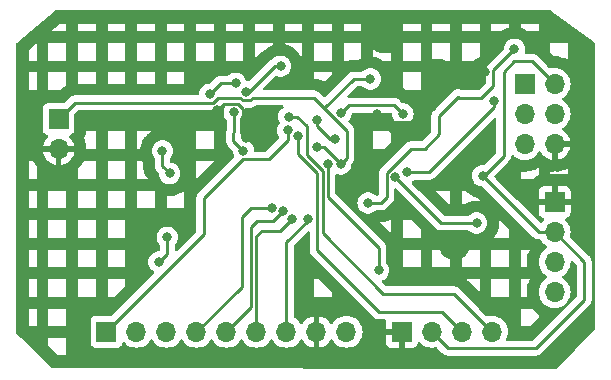
<source format=gbr>
%TF.GenerationSoftware,KiCad,Pcbnew,7.0.6-7.0.6~ubuntu22.10.1*%
%TF.CreationDate,2023-08-26T18:05:47+03:00*%
%TF.ProjectId,MCU Datalogger,4d435520-4461-4746-916c-6f676765722e,rev?*%
%TF.SameCoordinates,Original*%
%TF.FileFunction,Copper,L2,Bot*%
%TF.FilePolarity,Positive*%
%FSLAX46Y46*%
G04 Gerber Fmt 4.6, Leading zero omitted, Abs format (unit mm)*
G04 Created by KiCad (PCBNEW 7.0.6-7.0.6~ubuntu22.10.1) date 2023-08-26 18:05:47*
%MOMM*%
%LPD*%
G01*
G04 APERTURE LIST*
%TA.AperFunction,ComponentPad*%
%ADD10R,1.700000X1.700000*%
%TD*%
%TA.AperFunction,ComponentPad*%
%ADD11O,1.700000X1.700000*%
%TD*%
%TA.AperFunction,ViaPad*%
%ADD12C,0.800000*%
%TD*%
%TA.AperFunction,Conductor*%
%ADD13C,0.250000*%
%TD*%
G04 APERTURE END LIST*
D10*
%TO.P,J4,1,Pin_1*%
%TO.N,/MISO*%
X118460000Y-62420000D03*
D11*
%TO.P,J4,2,Pin_2*%
%TO.N,/Vcc*%
X121000000Y-62420000D03*
%TO.P,J4,3,Pin_3*%
%TO.N,/SCK*%
X118460000Y-64960000D03*
%TO.P,J4,4,Pin_4*%
%TO.N,/MOSI*%
X121000000Y-64960000D03*
%TO.P,J4,5,Pin_5*%
%TO.N,/RESET*%
X118460000Y-67500000D03*
%TO.P,J4,6,Pin_6*%
%TO.N,GND*%
X121000000Y-67500000D03*
%TD*%
D10*
%TO.P,J1,1,Pin_1*%
%TO.N,GND*%
X121000000Y-72420000D03*
D11*
%TO.P,J1,2,Pin_2*%
%TO.N,/Vcc*%
X121000000Y-74960000D03*
%TO.P,J1,3,Pin_3*%
%TO.N,/SDA*%
X121000000Y-77500000D03*
%TO.P,J1,4,Pin_4*%
%TO.N,/SCK*%
X121000000Y-80040000D03*
%TD*%
D10*
%TO.P,J3,1,Pin_1*%
%TO.N,GND*%
X108060000Y-83400000D03*
D11*
%TO.P,J3,2,Pin_2*%
%TO.N,/Vcc*%
X110600000Y-83400000D03*
%TO.P,J3,3,Pin_3*%
%TO.N,/RX*%
X113140000Y-83400000D03*
%TO.P,J3,4,Pin_4*%
%TO.N,/TX*%
X115680000Y-83400000D03*
%TD*%
D10*
%TO.P,J2,1,Pin_1*%
%TO.N,/D2*%
X83060000Y-83400000D03*
D11*
%TO.P,J2,2,Pin_2*%
%TO.N,/D3*%
X85600000Y-83400000D03*
%TO.P,J2,3,Pin_3*%
%TO.N,/D4*%
X88140000Y-83400000D03*
%TO.P,J2,4,Pin_4*%
%TO.N,/D5*%
X90680000Y-83400000D03*
%TO.P,J2,5,Pin_5*%
%TO.N,/D6*%
X93220000Y-83400000D03*
%TO.P,J2,6,Pin_6*%
%TO.N,/D7*%
X95760000Y-83400000D03*
%TO.P,J2,7,Pin_7*%
%TO.N,/D8*%
X98300000Y-83400000D03*
%TO.P,J2,8,Pin_8*%
%TO.N,GND*%
X100840000Y-83400000D03*
%TO.P,J2,9,Pin_9*%
%TO.N,/Vcc*%
X103380000Y-83400000D03*
%TD*%
D10*
%TO.P,BT1,1,+*%
%TO.N,Net-(BT1-+)*%
X79000000Y-65400000D03*
D11*
%TO.P,BT1,2,-*%
%TO.N,GND*%
X79000000Y-67940000D03*
%TD*%
D12*
%TO.N,Net-(BT1-+)*%
X102900000Y-69200000D03*
X105400000Y-62000000D03*
X100900000Y-67800000D03*
%TO.N,GND*%
X115100000Y-61400000D03*
X111100000Y-61600000D03*
X86609500Y-75100000D03*
X106004351Y-64950292D03*
X92424732Y-64672803D03*
X110587500Y-64400000D03*
X112500000Y-76000000D03*
X106600000Y-58500000D03*
X89200000Y-68200000D03*
X94900000Y-67000000D03*
%TO.N,/Vcc*%
X114900000Y-70200000D03*
X87800000Y-68100000D03*
X88400000Y-70000000D03*
%TO.N,Net-(U4-PB6)*%
X97800000Y-60925500D03*
X94658589Y-68075500D03*
X93874232Y-64824500D03*
X94900000Y-63099000D03*
%TO.N,Net-(U4-AREF)*%
X101800000Y-69200000D03*
X106100000Y-78200000D03*
%TO.N,/SCK*%
X94000000Y-62374500D03*
X108500000Y-69900000D03*
X115900000Y-63900000D03*
X91800000Y-63300000D03*
%TO.N,/SDA*%
X107500000Y-70300000D03*
X114400000Y-74200000D03*
%TO.N,/D2*%
X98406018Y-66353009D03*
%TO.N,/D5*%
X97054500Y-72900000D03*
%TO.N,/D6*%
X98019866Y-73158985D03*
%TO.N,/D7*%
X98800000Y-73875500D03*
%TO.N,/D8*%
X100100000Y-73875500D03*
%TO.N,/RX*%
X99300000Y-66800000D03*
%TO.N,/TX*%
X98500000Y-65200000D03*
%TO.N,/MISO*%
X105200000Y-72500000D03*
X117600000Y-59500000D03*
%TO.N,/RESET*%
X102400000Y-67100000D03*
X108150000Y-64950000D03*
X100900000Y-65500000D03*
X102912299Y-64887701D03*
%TO.N,Net-(U2-SQW{slash}~INT)*%
X87500000Y-77500000D03*
X88200000Y-75400000D03*
%TD*%
D13*
%TO.N,Net-(BT1-+)*%
X103400000Y-66400000D02*
X101500000Y-64500000D01*
X104000000Y-62000000D02*
X101500000Y-64500000D01*
X105400000Y-62000000D02*
X104000000Y-62000000D01*
X95200305Y-63824000D02*
X94599695Y-63824000D01*
X102900000Y-69200000D02*
X101500000Y-67800000D01*
X80375000Y-64025000D02*
X79000000Y-65400000D01*
X101500000Y-64500000D02*
X100600000Y-63600000D01*
X92525000Y-63600305D02*
X92100305Y-64025000D01*
X92525000Y-63600000D02*
X92525000Y-63600305D01*
X103400000Y-68700000D02*
X103400000Y-66400000D01*
X101500000Y-67800000D02*
X100900000Y-67800000D01*
X92100305Y-64025000D02*
X80375000Y-64025000D01*
X95424305Y-63600000D02*
X95200305Y-63824000D01*
X100600000Y-63600000D02*
X95424305Y-63600000D01*
X94375695Y-63600000D02*
X92525000Y-63600000D01*
X94599695Y-63824000D02*
X94375695Y-63600000D01*
X102900000Y-69200000D02*
X103400000Y-68700000D01*
%TO.N,GND*%
X109312500Y-65675000D02*
X110587500Y-64400000D01*
X94175037Y-64100000D02*
X92997535Y-64100000D01*
X94413299Y-65310738D02*
X94599232Y-65124805D01*
X94900000Y-67000000D02*
X94413299Y-66513299D01*
X92997535Y-64100000D02*
X92424732Y-64672803D01*
X106729059Y-65675000D02*
X109312500Y-65675000D01*
X106004351Y-64950292D02*
X106729059Y-65675000D01*
X94599232Y-64524195D02*
X94175037Y-64100000D01*
X94413299Y-66513299D02*
X94413299Y-65310738D01*
X94599232Y-65124805D02*
X94599232Y-64524195D01*
%TO.N,/Vcc*%
X116700000Y-61400000D02*
X116700000Y-61700000D01*
X119825000Y-61225000D02*
X119100000Y-60500000D01*
X121000000Y-62420000D02*
X119825000Y-61245000D01*
X116700000Y-61700000D02*
X116700000Y-68500000D01*
X112000000Y-84800000D02*
X119400000Y-84800000D01*
X119100000Y-60500000D02*
X117600000Y-60500000D01*
X117600000Y-60500000D02*
X116700000Y-61400000D01*
X123500000Y-80700000D02*
X123500000Y-77460000D01*
X116700000Y-68500000D02*
X115000000Y-70200000D01*
X114900000Y-70200000D02*
X119660000Y-74960000D01*
X114900000Y-70300000D02*
X115000000Y-70200000D01*
X119660000Y-74960000D02*
X121000000Y-74960000D01*
X110600000Y-83400000D02*
X112000000Y-84800000D01*
X123500000Y-77460000D02*
X121000000Y-74960000D01*
X119400000Y-84800000D02*
X123500000Y-80700000D01*
X87800000Y-68100000D02*
X87800000Y-69400000D01*
X119825000Y-61245000D02*
X119825000Y-61225000D01*
X115000000Y-70200000D02*
X114900000Y-70200000D01*
X114900000Y-70200000D02*
X114900000Y-70300000D01*
X87800000Y-69400000D02*
X88400000Y-70000000D01*
%TO.N,Net-(U4-PB6)*%
X93874232Y-66525768D02*
X93800000Y-66600000D01*
X97299000Y-60925500D02*
X97800000Y-60925500D01*
X95125500Y-63099000D02*
X97299000Y-60925500D01*
X93800000Y-66600000D02*
X93800000Y-67216911D01*
X94900000Y-63099000D02*
X95125500Y-63099000D01*
X93874232Y-64824500D02*
X93874232Y-66525768D01*
X93800000Y-67216911D02*
X94658589Y-68075500D01*
%TO.N,Net-(U4-AREF)*%
X101800000Y-72000000D02*
X101800000Y-69200000D01*
X106100000Y-76300000D02*
X101800000Y-72000000D01*
X106100000Y-78200000D02*
X106100000Y-76300000D01*
%TO.N,/SCK*%
X92725500Y-62374500D02*
X91800000Y-63300000D01*
X115900000Y-64400000D02*
X115900000Y-63900000D01*
X94000000Y-62374500D02*
X92725500Y-62374500D01*
X108500000Y-69900000D02*
X110400000Y-69900000D01*
X110400000Y-69900000D02*
X115900000Y-64400000D01*
%TO.N,/SDA*%
X107500000Y-70300000D02*
X111400000Y-74200000D01*
X111400000Y-74200000D02*
X114400000Y-74200000D01*
%TO.N,/D2*%
X94600000Y-68800000D02*
X91300000Y-72100000D01*
X91300000Y-75160000D02*
X83060000Y-83400000D01*
X91300000Y-72100000D02*
X91300000Y-75160000D01*
X98406018Y-67193982D02*
X96800000Y-68800000D01*
X98406018Y-66353009D02*
X98406018Y-67193982D01*
X96800000Y-68800000D02*
X94600000Y-68800000D01*
%TO.N,/D5*%
X95300000Y-72900000D02*
X94500000Y-73700000D01*
X94500000Y-73700000D02*
X94500000Y-79580000D01*
X97054500Y-72900000D02*
X95300000Y-72900000D01*
X94500000Y-79580000D02*
X90680000Y-83400000D01*
%TO.N,/D6*%
X95800000Y-74000000D02*
X95300000Y-74500000D01*
X98019866Y-73158985D02*
X97178851Y-74000000D01*
X95300000Y-74500000D02*
X95300000Y-81320000D01*
X97178851Y-74000000D02*
X95800000Y-74000000D01*
X95300000Y-81320000D02*
X93220000Y-83400000D01*
%TO.N,/D7*%
X95760000Y-83400000D02*
X95760000Y-75340000D01*
X97775500Y-74900000D02*
X98800000Y-73875500D01*
X96200000Y-74900000D02*
X97775500Y-74900000D01*
X95760000Y-75340000D02*
X96200000Y-74900000D01*
%TO.N,/D8*%
X98300000Y-83400000D02*
X98300000Y-75800000D01*
X100100000Y-74000000D02*
X100100000Y-73875500D01*
X98300000Y-75800000D02*
X100100000Y-74000000D01*
%TO.N,/RX*%
X100900000Y-76500000D02*
X106100000Y-81700000D01*
X99300000Y-68361701D02*
X100900000Y-69961701D01*
X106100000Y-81700000D02*
X111440000Y-81700000D01*
X111440000Y-81700000D02*
X113140000Y-83400000D01*
X100900000Y-69961701D02*
X100900000Y-76500000D01*
X99300000Y-66800000D02*
X99300000Y-68361701D01*
%TO.N,/TX*%
X106500000Y-80200000D02*
X101350000Y-75050000D01*
X100025000Y-67100305D02*
X100025000Y-66025000D01*
X115680000Y-83400000D02*
X112480000Y-80200000D01*
X100025000Y-66025000D02*
X99200000Y-65200000D01*
X100000000Y-67125305D02*
X100025000Y-67100305D01*
X98500000Y-65200000D02*
X98500000Y-65400000D01*
X101350000Y-69775305D02*
X100000000Y-68425305D01*
X99200000Y-65200000D02*
X98500000Y-65200000D01*
X100000000Y-68425305D02*
X100000000Y-67125305D01*
X112480000Y-80200000D02*
X106500000Y-80200000D01*
X101350000Y-75050000D02*
X101350000Y-69775305D01*
%TO.N,/MISO*%
X106300000Y-72500000D02*
X106775000Y-72025000D01*
X112900000Y-63600000D02*
X114800000Y-63600000D01*
X115825000Y-61275000D02*
X117600000Y-59500000D01*
X106775000Y-69999695D02*
X108874695Y-67900000D01*
X108874695Y-67900000D02*
X110000000Y-67900000D01*
X114800000Y-63600000D02*
X115825000Y-62575000D01*
X112800000Y-63500000D02*
X112900000Y-63600000D01*
X105200000Y-72500000D02*
X106300000Y-72500000D01*
X111200000Y-66700000D02*
X111200000Y-65100000D01*
X111200000Y-65100000D02*
X112800000Y-63500000D01*
X115825000Y-62575000D02*
X115825000Y-61275000D01*
X106775000Y-72025000D02*
X106775000Y-69999695D01*
X110000000Y-67900000D02*
X111200000Y-66700000D01*
%TO.N,/RESET*%
X103574302Y-64225698D02*
X102912299Y-64887701D01*
X100900000Y-66000000D02*
X102000000Y-67100000D01*
X108150000Y-64950000D02*
X107425698Y-64225698D01*
X107425698Y-64225698D02*
X103574302Y-64225698D01*
X102000000Y-67100000D02*
X102400000Y-67100000D01*
X100900000Y-65500000D02*
X100900000Y-66000000D01*
%TO.N,Net-(U2-SQW{slash}~INT)*%
X88200000Y-76800000D02*
X87500000Y-77500000D01*
X88200000Y-75400000D02*
X88200000Y-76800000D01*
%TD*%
%TA.AperFunction,Conductor*%
%TO.N,GND*%
G36*
X97994669Y-64245185D02*
G01*
X98040424Y-64297989D01*
X98050368Y-64367147D01*
X98021343Y-64430703D01*
X98000515Y-64449818D01*
X97894129Y-64527111D01*
X97767466Y-64667785D01*
X97672821Y-64831715D01*
X97672818Y-64831722D01*
X97614327Y-65011740D01*
X97614326Y-65011744D01*
X97594540Y-65200000D01*
X97614326Y-65388256D01*
X97614327Y-65388259D01*
X97672818Y-65568277D01*
X97672820Y-65568281D01*
X97672821Y-65568284D01*
X97712973Y-65637830D01*
X97716863Y-65644567D01*
X97733335Y-65712467D01*
X97710482Y-65778494D01*
X97701628Y-65789535D01*
X97673486Y-65820791D01*
X97673482Y-65820796D01*
X97578839Y-65984724D01*
X97578836Y-65984731D01*
X97525264Y-66149610D01*
X97520344Y-66164753D01*
X97500558Y-66353009D01*
X97520344Y-66541265D01*
X97520345Y-66541268D01*
X97578836Y-66721286D01*
X97578839Y-66721293D01*
X97673483Y-66885223D01*
X97677177Y-66890307D01*
X97700654Y-66956114D01*
X97684826Y-67024168D01*
X97664537Y-67050870D01*
X96577228Y-68138181D01*
X96515905Y-68171666D01*
X96489547Y-68174500D01*
X95686104Y-68174500D01*
X95619065Y-68154815D01*
X95573310Y-68102011D01*
X95562784Y-68063465D01*
X95544263Y-67887244D01*
X95485768Y-67707216D01*
X95391122Y-67543284D01*
X95264460Y-67402612D01*
X95263384Y-67401830D01*
X95111323Y-67291351D01*
X95111318Y-67291348D01*
X94938396Y-67214357D01*
X94938391Y-67214355D01*
X94792589Y-67183365D01*
X94753235Y-67175000D01*
X94753234Y-67175000D01*
X94694042Y-67175000D01*
X94627003Y-67155315D01*
X94606361Y-67138681D01*
X94461819Y-66994139D01*
X94428334Y-66932816D01*
X94425500Y-66906458D01*
X94425500Y-66853233D01*
X94440839Y-66793494D01*
X94460427Y-66757864D01*
X94460427Y-66757863D01*
X94460429Y-66757860D01*
X94465409Y-66738459D01*
X94471710Y-66720056D01*
X94479670Y-66701664D01*
X94486962Y-66655617D01*
X94488143Y-66649920D01*
X94491202Y-66638007D01*
X94499732Y-66604787D01*
X94499732Y-66584751D01*
X94501259Y-66565350D01*
X94502444Y-66557873D01*
X94504392Y-66545572D01*
X94503961Y-66541016D01*
X94503254Y-66533536D01*
X94500004Y-66499162D01*
X94499731Y-66493367D01*
X94499731Y-65523185D01*
X94519416Y-65456147D01*
X94531583Y-65440212D01*
X94546484Y-65423664D01*
X94578366Y-65388256D01*
X94606762Y-65356720D01*
X94606763Y-65356717D01*
X94606765Y-65356716D01*
X94701411Y-65192784D01*
X94759906Y-65012756D01*
X94779692Y-64824500D01*
X94759906Y-64636244D01*
X94751969Y-64611819D01*
X94749973Y-64541979D01*
X94786053Y-64482145D01*
X94848753Y-64451316D01*
X94869900Y-64449500D01*
X95117562Y-64449500D01*
X95133182Y-64451224D01*
X95133209Y-64450939D01*
X95140965Y-64451671D01*
X95140972Y-64451673D01*
X95210119Y-64449500D01*
X95239655Y-64449500D01*
X95246533Y-64448630D01*
X95252346Y-64448172D01*
X95298932Y-64446709D01*
X95318174Y-64441117D01*
X95337217Y-64437174D01*
X95357097Y-64434664D01*
X95400427Y-64417507D01*
X95405951Y-64415617D01*
X95409701Y-64414527D01*
X95450695Y-64402618D01*
X95467934Y-64392422D01*
X95485408Y-64383862D01*
X95504032Y-64376488D01*
X95504032Y-64376487D01*
X95504037Y-64376486D01*
X95541754Y-64349082D01*
X95546610Y-64345892D01*
X95586725Y-64322170D01*
X95600894Y-64307999D01*
X95615684Y-64295368D01*
X95631892Y-64283594D01*
X95639698Y-64274158D01*
X95642755Y-64270463D01*
X95700653Y-64231353D01*
X95738301Y-64225500D01*
X97927630Y-64225500D01*
X97994669Y-64245185D01*
G37*
%TD.AperFunction*%
%TA.AperFunction,Conductor*%
G36*
X120726606Y-56219685D02*
G01*
X120732661Y-56223834D01*
X124349094Y-58862852D01*
X124391645Y-58918271D01*
X124400000Y-58963018D01*
X124400000Y-83150824D01*
X124380315Y-83217863D01*
X124366297Y-83235809D01*
X121236838Y-86560859D01*
X121176557Y-86596186D01*
X121146251Y-86599874D01*
X78550006Y-86500117D01*
X78483012Y-86480275D01*
X78464068Y-86465227D01*
X76650133Y-84709806D01*
X75862934Y-83948000D01*
X78148000Y-83948000D01*
X78148000Y-84595206D01*
X78955918Y-85377064D01*
X79650000Y-85378689D01*
X79650000Y-83948000D01*
X78148000Y-83948000D01*
X75862934Y-83948000D01*
X75437768Y-83536549D01*
X75403282Y-83475783D01*
X75400000Y-83447442D01*
X75400000Y-81448000D01*
X76524000Y-81448000D01*
X76524000Y-82950000D01*
X77150000Y-82950000D01*
X77150000Y-81448000D01*
X78148000Y-81448000D01*
X78148000Y-82950000D01*
X79650000Y-82950000D01*
X79650000Y-81448000D01*
X78148000Y-81448000D01*
X77150000Y-81448000D01*
X76524000Y-81448000D01*
X75400000Y-81448000D01*
X75400000Y-78948000D01*
X76524000Y-78948000D01*
X76524000Y-80450000D01*
X77150000Y-80450000D01*
X77150000Y-78948000D01*
X78148000Y-78948000D01*
X78148000Y-80450000D01*
X79650000Y-80450000D01*
X79650000Y-78948000D01*
X80648000Y-78948000D01*
X80648000Y-80450000D01*
X82150000Y-80450000D01*
X82150000Y-78948000D01*
X83148000Y-78948000D01*
X83148000Y-80450000D01*
X83714022Y-80450000D01*
X84650000Y-79514022D01*
X84650000Y-78948000D01*
X83148000Y-78948000D01*
X82150000Y-78948000D01*
X80648000Y-78948000D01*
X79650000Y-78948000D01*
X78148000Y-78948000D01*
X77150000Y-78948000D01*
X76524000Y-78948000D01*
X75400000Y-78948000D01*
X75400000Y-76448000D01*
X76524000Y-76448000D01*
X76524000Y-77950000D01*
X77150000Y-77950000D01*
X77150000Y-76448000D01*
X78148000Y-76448000D01*
X78148000Y-77950000D01*
X79650000Y-77950000D01*
X79650000Y-76448000D01*
X80648000Y-76448000D01*
X80648000Y-77950000D01*
X82150000Y-77950000D01*
X82150000Y-76448000D01*
X83148000Y-76448000D01*
X83148000Y-77950000D01*
X84650000Y-77950000D01*
X84650000Y-76448000D01*
X83148000Y-76448000D01*
X82150000Y-76448000D01*
X80648000Y-76448000D01*
X79650000Y-76448000D01*
X78148000Y-76448000D01*
X77150000Y-76448000D01*
X76524000Y-76448000D01*
X75400000Y-76448000D01*
X75400000Y-73948000D01*
X76524000Y-73948000D01*
X76524000Y-75450000D01*
X77150000Y-75450000D01*
X77150000Y-73948000D01*
X78148000Y-73948000D01*
X78148000Y-75450000D01*
X79650000Y-75450000D01*
X79650000Y-73948000D01*
X80648000Y-73948000D01*
X80648000Y-75450000D01*
X82150000Y-75450000D01*
X82150000Y-73948000D01*
X83148000Y-73948000D01*
X83148000Y-75450000D01*
X84650000Y-75450000D01*
X84650000Y-73948000D01*
X83148000Y-73948000D01*
X82150000Y-73948000D01*
X80648000Y-73948000D01*
X79650000Y-73948000D01*
X78148000Y-73948000D01*
X77150000Y-73948000D01*
X76524000Y-73948000D01*
X75400000Y-73948000D01*
X75400000Y-71448000D01*
X76524000Y-71448000D01*
X76524000Y-72950000D01*
X77150000Y-72950000D01*
X77150000Y-71448000D01*
X78148000Y-71448000D01*
X78148000Y-72950000D01*
X79650000Y-72950000D01*
X79650000Y-71448000D01*
X80648000Y-71448000D01*
X80648000Y-72950000D01*
X82150000Y-72950000D01*
X82150000Y-71448000D01*
X83148000Y-71448000D01*
X83148000Y-72950000D01*
X84650000Y-72950000D01*
X84650000Y-71448000D01*
X85648000Y-71448000D01*
X85648000Y-72950000D01*
X87150000Y-72950000D01*
X88148000Y-72950000D01*
X89650000Y-72950000D01*
X89650000Y-71448000D01*
X89634796Y-71448000D01*
X89617517Y-71461993D01*
X89614940Y-71463970D01*
X89416873Y-71607873D01*
X89414196Y-71609713D01*
X89378516Y-71632882D01*
X89375748Y-71634578D01*
X89327664Y-71662338D01*
X89324810Y-71663887D01*
X89286938Y-71683182D01*
X89284010Y-71684579D01*
X89060367Y-71784153D01*
X89057367Y-71785396D01*
X89017654Y-71800641D01*
X89014591Y-71801725D01*
X88961783Y-71818882D01*
X88958672Y-71819803D01*
X88917604Y-71830807D01*
X88914447Y-71831565D01*
X88674992Y-71882462D01*
X88671800Y-71883053D01*
X88629816Y-71889703D01*
X88626601Y-71890126D01*
X88571385Y-71895933D01*
X88568146Y-71896188D01*
X88525662Y-71898415D01*
X88522416Y-71898500D01*
X88277584Y-71898500D01*
X88274338Y-71898415D01*
X88231854Y-71896188D01*
X88228615Y-71895933D01*
X88173399Y-71890126D01*
X88170184Y-71889703D01*
X88148000Y-71886189D01*
X88148000Y-72950000D01*
X87150000Y-72950000D01*
X87150000Y-71448000D01*
X85648000Y-71448000D01*
X84650000Y-71448000D01*
X83148000Y-71448000D01*
X82150000Y-71448000D01*
X80648000Y-71448000D01*
X79650000Y-71448000D01*
X78148000Y-71448000D01*
X77150000Y-71448000D01*
X76524000Y-71448000D01*
X75400000Y-71448000D01*
X75400000Y-68948000D01*
X76524000Y-68948000D01*
X76524000Y-70450000D01*
X77150000Y-70450000D01*
X80648000Y-70450000D01*
X82150000Y-70450000D01*
X82150000Y-68948000D01*
X83148000Y-68948000D01*
X83148000Y-70450000D01*
X84650000Y-70450000D01*
X84650000Y-68948000D01*
X85648000Y-68948000D01*
X85648000Y-70450000D01*
X86551078Y-70450000D01*
X86548904Y-70441887D01*
X86536155Y-70427426D01*
X86533671Y-70424423D01*
X86492829Y-70371767D01*
X86490539Y-70368615D01*
X86461861Y-70326416D01*
X86459774Y-70323128D01*
X86441562Y-70292332D01*
X86420528Y-70263383D01*
X86418338Y-70260160D01*
X86390999Y-70217079D01*
X86389017Y-70213728D01*
X86356918Y-70155343D01*
X86355149Y-70151872D01*
X86338307Y-70116083D01*
X86320353Y-70080845D01*
X86318695Y-70077321D01*
X86292232Y-70016169D01*
X86290798Y-70012548D01*
X86273511Y-69964533D01*
X86272306Y-69960827D01*
X86262321Y-69926458D01*
X86249151Y-69893192D01*
X86247832Y-69889527D01*
X86232069Y-69841015D01*
X86230983Y-69837276D01*
X86214408Y-69772732D01*
X86213558Y-69768928D01*
X86206143Y-69730060D01*
X86197524Y-69691501D01*
X86196794Y-69687676D01*
X86186367Y-69621858D01*
X86185879Y-69617992D01*
X86181075Y-69567182D01*
X86180830Y-69563295D01*
X86179337Y-69515827D01*
X86177361Y-69484402D01*
X86176500Y-69456968D01*
X86176500Y-69425493D01*
X86173773Y-69338718D01*
X86173773Y-69334823D01*
X86175375Y-69283820D01*
X86175620Y-69279933D01*
X86176500Y-69270619D01*
X86176500Y-69085014D01*
X86097394Y-68948000D01*
X85648000Y-68948000D01*
X84650000Y-68948000D01*
X83148000Y-68948000D01*
X82150000Y-68948000D01*
X81120693Y-68948000D01*
X81067750Y-69061537D01*
X81050145Y-69095357D01*
X81025661Y-69137766D01*
X81005161Y-69169948D01*
X80841581Y-69403561D01*
X80818370Y-69433812D01*
X80786894Y-69471325D01*
X80761119Y-69499454D01*
X80648000Y-69612572D01*
X80648000Y-70450000D01*
X77150000Y-70450000D01*
X77150000Y-69391536D01*
X76994839Y-69169948D01*
X76974339Y-69137766D01*
X76949855Y-69095357D01*
X76932250Y-69061537D01*
X76879307Y-68948000D01*
X76524000Y-68948000D01*
X75400000Y-68948000D01*
X75400000Y-66297870D01*
X77649500Y-66297870D01*
X77649501Y-66297876D01*
X77655908Y-66357483D01*
X77706202Y-66492328D01*
X77706206Y-66492335D01*
X77792452Y-66607544D01*
X77792455Y-66607547D01*
X77907664Y-66693793D01*
X77907671Y-66693797D01*
X77907674Y-66693798D01*
X78039598Y-66743002D01*
X78095531Y-66784873D01*
X78119949Y-66850337D01*
X78105098Y-66918610D01*
X78083947Y-66946865D01*
X77961886Y-67068926D01*
X77826400Y-67262420D01*
X77826399Y-67262422D01*
X77726570Y-67476507D01*
X77726567Y-67476513D01*
X77669364Y-67689999D01*
X77669364Y-67690000D01*
X78566314Y-67690000D01*
X78540507Y-67730156D01*
X78500000Y-67868111D01*
X78500000Y-68011889D01*
X78540507Y-68149844D01*
X78566314Y-68190000D01*
X77669364Y-68190000D01*
X77726567Y-68403486D01*
X77726570Y-68403492D01*
X77826399Y-68617578D01*
X77961894Y-68811082D01*
X78128917Y-68978105D01*
X78322421Y-69113600D01*
X78536507Y-69213429D01*
X78536516Y-69213433D01*
X78750000Y-69270634D01*
X78750000Y-68375501D01*
X78857685Y-68424680D01*
X78964237Y-68440000D01*
X79035763Y-68440000D01*
X79142315Y-68424680D01*
X79250000Y-68375501D01*
X79250000Y-69270633D01*
X79463483Y-69213433D01*
X79463492Y-69213429D01*
X79677578Y-69113600D01*
X79871082Y-68978105D01*
X80038105Y-68811082D01*
X80173600Y-68617578D01*
X80273429Y-68403492D01*
X80273432Y-68403486D01*
X80330636Y-68190000D01*
X79433686Y-68190000D01*
X79459493Y-68149844D01*
X79474128Y-68100000D01*
X86894540Y-68100000D01*
X86914326Y-68288256D01*
X86914327Y-68288259D01*
X86972818Y-68468277D01*
X86972821Y-68468284D01*
X87067467Y-68632216D01*
X87105121Y-68674035D01*
X87142650Y-68715715D01*
X87172880Y-68778706D01*
X87174500Y-68798687D01*
X87174500Y-69317255D01*
X87172775Y-69332872D01*
X87173061Y-69332899D01*
X87172326Y-69340665D01*
X87174500Y-69409814D01*
X87174500Y-69439343D01*
X87174501Y-69439360D01*
X87175368Y-69446231D01*
X87175826Y-69452050D01*
X87177290Y-69498624D01*
X87177531Y-69499454D01*
X87182880Y-69517867D01*
X87186824Y-69536911D01*
X87189336Y-69556792D01*
X87206490Y-69600119D01*
X87208382Y-69605647D01*
X87215200Y-69629115D01*
X87221382Y-69650390D01*
X87224238Y-69655220D01*
X87231580Y-69667634D01*
X87240136Y-69685100D01*
X87241579Y-69688742D01*
X87247514Y-69703732D01*
X87274898Y-69741423D01*
X87278106Y-69746307D01*
X87301827Y-69786416D01*
X87301833Y-69786424D01*
X87315990Y-69800580D01*
X87328628Y-69815376D01*
X87339378Y-69830173D01*
X87340406Y-69831587D01*
X87369573Y-69855716D01*
X87376303Y-69861283D01*
X87380626Y-69865216D01*
X87461039Y-69945630D01*
X87494524Y-70006953D01*
X87496678Y-70020343D01*
X87514326Y-70188256D01*
X87514327Y-70188259D01*
X87572818Y-70368277D01*
X87572821Y-70368284D01*
X87667467Y-70532216D01*
X87794128Y-70672887D01*
X87794129Y-70672888D01*
X87947265Y-70784148D01*
X87947270Y-70784151D01*
X88120192Y-70861142D01*
X88120197Y-70861144D01*
X88305354Y-70900500D01*
X88305355Y-70900500D01*
X88494644Y-70900500D01*
X88494646Y-70900500D01*
X88679803Y-70861144D01*
X88852730Y-70784151D01*
X89005871Y-70672888D01*
X89132533Y-70532216D01*
X89227179Y-70368284D01*
X89285674Y-70188256D01*
X89305460Y-70000000D01*
X89285674Y-69811744D01*
X89227179Y-69631716D01*
X89132533Y-69467784D01*
X89005871Y-69327112D01*
X89003099Y-69325098D01*
X88852734Y-69215851D01*
X88852729Y-69215848D01*
X88679807Y-69138857D01*
X88679802Y-69138855D01*
X88523719Y-69105679D01*
X88462237Y-69072487D01*
X88428461Y-69011323D01*
X88425500Y-68984389D01*
X88425500Y-68948000D01*
X90648000Y-68948000D01*
X90648000Y-70450000D01*
X90654022Y-70450000D01*
X92150000Y-68954021D01*
X92150000Y-68948000D01*
X90648000Y-68948000D01*
X88425500Y-68948000D01*
X88425500Y-68798687D01*
X88445185Y-68731648D01*
X88457350Y-68715715D01*
X88476650Y-68694280D01*
X88532533Y-68632216D01*
X88627179Y-68468284D01*
X88685674Y-68288256D01*
X88705460Y-68100000D01*
X88685674Y-67911744D01*
X88627179Y-67731716D01*
X88532533Y-67567784D01*
X88405871Y-67427112D01*
X88399603Y-67422558D01*
X88252734Y-67315851D01*
X88252729Y-67315848D01*
X88079807Y-67238857D01*
X88079802Y-67238855D01*
X87934000Y-67207865D01*
X87894646Y-67199500D01*
X87705354Y-67199500D01*
X87672897Y-67206398D01*
X87520197Y-67238855D01*
X87520192Y-67238857D01*
X87347270Y-67315848D01*
X87347265Y-67315851D01*
X87194129Y-67427111D01*
X87067466Y-67567785D01*
X86972821Y-67731715D01*
X86972818Y-67731722D01*
X86914327Y-67911740D01*
X86914326Y-67911744D01*
X86894540Y-68100000D01*
X79474128Y-68100000D01*
X79500000Y-68011889D01*
X79500000Y-67868111D01*
X79459493Y-67730156D01*
X79433686Y-67690000D01*
X80330636Y-67690000D01*
X80330635Y-67689999D01*
X80273432Y-67476513D01*
X80273429Y-67476507D01*
X80173600Y-67262422D01*
X80173599Y-67262420D01*
X80038113Y-67068926D01*
X80038108Y-67068920D01*
X79970449Y-67001261D01*
X81152989Y-67001261D01*
X81188269Y-67076917D01*
X81202857Y-67112133D01*
X81219608Y-67158148D01*
X81231085Y-67194545D01*
X81355719Y-67659682D01*
X81357561Y-67715968D01*
X81312997Y-67939999D01*
X81314987Y-67950000D01*
X82150000Y-67950000D01*
X82150000Y-66448000D01*
X83148000Y-66448000D01*
X83148000Y-67950000D01*
X84650000Y-67950000D01*
X84650000Y-66448000D01*
X85648000Y-66448000D01*
X85648000Y-67950000D01*
X85906809Y-67950000D01*
X85924695Y-67779823D01*
X85925119Y-67776605D01*
X85931768Y-67734616D01*
X85932359Y-67731426D01*
X85943901Y-67677115D01*
X85944659Y-67673957D01*
X85955669Y-67632867D01*
X85956591Y-67629753D01*
X86032249Y-67396903D01*
X86033333Y-67393841D01*
X86048583Y-67354119D01*
X86049826Y-67351119D01*
X86072411Y-67300398D01*
X86073808Y-67297469D01*
X86093104Y-67259602D01*
X86094652Y-67256750D01*
X86217055Y-67044739D01*
X86218752Y-67041971D01*
X86241920Y-67006296D01*
X86243760Y-67003619D01*
X86276397Y-66958701D01*
X86278373Y-66956126D01*
X86305130Y-66923085D01*
X86307237Y-66920618D01*
X86471048Y-66738687D01*
X86473283Y-66736333D01*
X86503355Y-66706261D01*
X86505710Y-66704025D01*
X86546971Y-66666875D01*
X86549438Y-66664768D01*
X86582483Y-66638007D01*
X86585060Y-66636030D01*
X86783127Y-66492127D01*
X86785804Y-66490287D01*
X86821484Y-66467118D01*
X86824252Y-66465422D01*
X86854429Y-66448000D01*
X90648000Y-66448000D01*
X90648000Y-67950000D01*
X92150000Y-67950000D01*
X92150000Y-66448000D01*
X90648000Y-66448000D01*
X86854429Y-66448000D01*
X85648000Y-66448000D01*
X84650000Y-66448000D01*
X83148000Y-66448000D01*
X82150000Y-66448000D01*
X81338110Y-66448000D01*
X81332831Y-66497100D01*
X81332298Y-66500935D01*
X81323737Y-66550938D01*
X81322964Y-66554734D01*
X81307729Y-66619215D01*
X81306721Y-66622955D01*
X81291988Y-66671526D01*
X81290748Y-66675196D01*
X81215639Y-66876576D01*
X81213945Y-66880667D01*
X81189847Y-66933432D01*
X81187866Y-66937391D01*
X81152989Y-67001261D01*
X79970449Y-67001261D01*
X79916053Y-66946865D01*
X79882568Y-66885542D01*
X79887552Y-66815850D01*
X79929424Y-66759917D01*
X79960400Y-66743002D01*
X80092331Y-66693796D01*
X80207546Y-66607546D01*
X80293796Y-66492331D01*
X80344091Y-66357483D01*
X80350500Y-66297873D01*
X80350499Y-64985451D01*
X80370184Y-64918413D01*
X80386818Y-64897771D01*
X80597771Y-64686819D01*
X80659094Y-64653334D01*
X80685452Y-64650500D01*
X92017562Y-64650500D01*
X92033182Y-64652224D01*
X92033209Y-64651939D01*
X92040965Y-64652671D01*
X92040972Y-64652673D01*
X92110119Y-64650500D01*
X92139655Y-64650500D01*
X92146533Y-64649630D01*
X92152346Y-64649172D01*
X92198932Y-64647709D01*
X92218174Y-64642117D01*
X92237217Y-64638174D01*
X92257097Y-64635664D01*
X92300427Y-64618507D01*
X92305951Y-64616617D01*
X92314222Y-64614214D01*
X92350695Y-64603618D01*
X92367934Y-64593422D01*
X92385408Y-64584862D01*
X92404032Y-64577488D01*
X92404032Y-64577487D01*
X92404037Y-64577486D01*
X92441754Y-64550082D01*
X92446610Y-64546892D01*
X92486725Y-64523170D01*
X92500894Y-64508999D01*
X92515684Y-64496368D01*
X92531892Y-64484594D01*
X92561600Y-64448681D01*
X92565512Y-64444381D01*
X92717611Y-64292284D01*
X92748078Y-64261818D01*
X92809402Y-64228334D01*
X92835759Y-64225500D01*
X92965483Y-64225500D01*
X93032522Y-64245185D01*
X93078277Y-64297989D01*
X93088221Y-64367147D01*
X93072870Y-64411500D01*
X93047053Y-64456215D01*
X93047050Y-64456222D01*
X92988559Y-64636240D01*
X92988558Y-64636244D01*
X92968772Y-64824500D01*
X92988558Y-65012756D01*
X92988559Y-65012759D01*
X93047050Y-65192777D01*
X93047053Y-65192784D01*
X93141699Y-65356716D01*
X93141703Y-65356720D01*
X93216882Y-65440215D01*
X93247112Y-65503206D01*
X93248732Y-65523187D01*
X93248732Y-66272533D01*
X93233395Y-66332269D01*
X93213803Y-66367907D01*
X93208822Y-66387307D01*
X93202521Y-66405710D01*
X93194562Y-66424102D01*
X93194561Y-66424105D01*
X93187271Y-66470127D01*
X93186087Y-66475846D01*
X93174501Y-66520972D01*
X93174500Y-66520982D01*
X93174500Y-66541016D01*
X93172973Y-66560415D01*
X93169840Y-66580194D01*
X93169840Y-66580195D01*
X93174225Y-66626583D01*
X93174500Y-66632421D01*
X93174499Y-67134166D01*
X93172776Y-67149783D01*
X93173061Y-67149810D01*
X93172326Y-67157576D01*
X93174500Y-67226725D01*
X93174500Y-67256254D01*
X93174501Y-67256271D01*
X93175368Y-67263142D01*
X93175826Y-67268961D01*
X93177290Y-67315535D01*
X93177291Y-67315538D01*
X93182880Y-67334778D01*
X93186824Y-67353822D01*
X93189336Y-67373703D01*
X93200472Y-67401830D01*
X93206490Y-67417030D01*
X93208382Y-67422558D01*
X93221381Y-67467299D01*
X93231580Y-67484545D01*
X93240138Y-67502014D01*
X93247514Y-67520643D01*
X93274898Y-67558334D01*
X93278106Y-67563218D01*
X93301827Y-67603327D01*
X93301833Y-67603335D01*
X93315990Y-67617491D01*
X93328627Y-67632286D01*
X93340406Y-67648498D01*
X93374998Y-67677115D01*
X93376309Y-67678199D01*
X93380620Y-67682121D01*
X93638497Y-67939999D01*
X93719627Y-68021129D01*
X93753112Y-68082452D01*
X93755267Y-68095848D01*
X93761465Y-68154815D01*
X93772915Y-68263756D01*
X93772916Y-68263759D01*
X93831407Y-68443777D01*
X93831409Y-68443781D01*
X93831410Y-68443784D01*
X93863069Y-68498619D01*
X93871761Y-68513674D01*
X93888233Y-68581574D01*
X93865380Y-68647601D01*
X93852054Y-68663354D01*
X90916208Y-71599199D01*
X90903951Y-71609020D01*
X90904134Y-71609241D01*
X90898123Y-71614213D01*
X90850772Y-71664636D01*
X90829889Y-71685519D01*
X90829877Y-71685532D01*
X90825621Y-71691017D01*
X90821837Y-71695447D01*
X90789937Y-71729418D01*
X90789936Y-71729420D01*
X90780284Y-71746976D01*
X90769610Y-71763226D01*
X90757329Y-71779061D01*
X90757324Y-71779068D01*
X90738815Y-71821838D01*
X90736245Y-71827084D01*
X90713803Y-71867906D01*
X90708822Y-71887307D01*
X90702521Y-71905710D01*
X90694562Y-71924102D01*
X90694561Y-71924105D01*
X90687271Y-71970127D01*
X90686087Y-71975846D01*
X90674501Y-72020972D01*
X90674500Y-72020982D01*
X90674500Y-72041016D01*
X90672973Y-72060415D01*
X90669840Y-72080194D01*
X90669840Y-72080195D01*
X90674225Y-72126583D01*
X90674500Y-72132421D01*
X90674500Y-74849547D01*
X90654815Y-74916586D01*
X90638181Y-74937228D01*
X89037181Y-76538228D01*
X88975858Y-76571713D01*
X88906166Y-76566729D01*
X88850233Y-76524857D01*
X88825816Y-76459393D01*
X88825500Y-76450547D01*
X88825500Y-76098687D01*
X88845185Y-76031648D01*
X88857350Y-76015715D01*
X88875891Y-75995122D01*
X88932533Y-75932216D01*
X89027179Y-75768284D01*
X89085674Y-75588256D01*
X89105460Y-75400000D01*
X89085674Y-75211744D01*
X89027179Y-75031716D01*
X88932533Y-74867784D01*
X88805871Y-74727112D01*
X88802403Y-74724592D01*
X88652734Y-74615851D01*
X88652729Y-74615848D01*
X88479807Y-74538857D01*
X88479802Y-74538855D01*
X88334000Y-74507865D01*
X88294646Y-74499500D01*
X88105354Y-74499500D01*
X88072897Y-74506398D01*
X87920197Y-74538855D01*
X87920192Y-74538857D01*
X87747270Y-74615848D01*
X87747265Y-74615851D01*
X87594129Y-74727111D01*
X87467466Y-74867785D01*
X87372821Y-75031715D01*
X87372818Y-75031722D01*
X87315144Y-75209226D01*
X87314326Y-75211744D01*
X87305712Y-75293704D01*
X87295371Y-75392098D01*
X87294540Y-75400000D01*
X87314326Y-75588256D01*
X87314327Y-75588259D01*
X87372818Y-75768277D01*
X87372821Y-75768284D01*
X87467467Y-75932216D01*
X87491196Y-75958569D01*
X87542650Y-76015715D01*
X87572880Y-76078706D01*
X87574500Y-76098687D01*
X87574500Y-76475500D01*
X87554815Y-76542539D01*
X87502011Y-76588294D01*
X87450500Y-76599500D01*
X87405354Y-76599500D01*
X87374910Y-76605971D01*
X87220197Y-76638855D01*
X87220192Y-76638857D01*
X87047270Y-76715848D01*
X87047265Y-76715851D01*
X86894129Y-76827111D01*
X86767466Y-76967785D01*
X86672821Y-77131715D01*
X86672818Y-77131722D01*
X86614327Y-77311740D01*
X86614326Y-77311744D01*
X86594540Y-77500000D01*
X86614326Y-77688256D01*
X86614327Y-77688259D01*
X86672818Y-77868277D01*
X86672821Y-77868284D01*
X86767467Y-78032216D01*
X86894128Y-78172887D01*
X86894129Y-78172888D01*
X87047265Y-78284148D01*
X87047267Y-78284149D01*
X87047270Y-78284151D01*
X87051271Y-78285932D01*
X87104508Y-78331183D01*
X87124828Y-78398033D01*
X87105782Y-78465256D01*
X87088515Y-78486892D01*
X83562226Y-82013181D01*
X83500903Y-82046666D01*
X83474545Y-82049500D01*
X82162129Y-82049500D01*
X82162123Y-82049501D01*
X82102516Y-82055908D01*
X81967671Y-82106202D01*
X81967664Y-82106206D01*
X81852455Y-82192452D01*
X81852452Y-82192455D01*
X81766206Y-82307664D01*
X81766202Y-82307671D01*
X81715908Y-82442517D01*
X81709501Y-82502116D01*
X81709500Y-82502135D01*
X81709500Y-84297870D01*
X81709501Y-84297876D01*
X81715908Y-84357483D01*
X81766202Y-84492328D01*
X81766206Y-84492335D01*
X81852452Y-84607544D01*
X81852455Y-84607547D01*
X81967664Y-84693793D01*
X81967671Y-84693797D01*
X82102517Y-84744091D01*
X82102516Y-84744091D01*
X82109444Y-84744835D01*
X82162127Y-84750500D01*
X83957872Y-84750499D01*
X84017483Y-84744091D01*
X84152331Y-84693796D01*
X84267546Y-84607546D01*
X84353796Y-84492331D01*
X84402810Y-84360916D01*
X84444681Y-84304984D01*
X84510145Y-84280566D01*
X84578418Y-84295417D01*
X84606673Y-84316569D01*
X84728599Y-84438495D01*
X84825384Y-84506265D01*
X84922165Y-84574032D01*
X84922167Y-84574033D01*
X84922170Y-84574035D01*
X85136337Y-84673903D01*
X85364592Y-84735063D01*
X85541034Y-84750500D01*
X85599999Y-84755659D01*
X85600000Y-84755659D01*
X85600001Y-84755659D01*
X85658966Y-84750500D01*
X85835408Y-84735063D01*
X86063663Y-84673903D01*
X86277830Y-84574035D01*
X86471401Y-84438495D01*
X86638495Y-84271401D01*
X86768426Y-84085840D01*
X86823001Y-84042217D01*
X86892499Y-84035023D01*
X86954854Y-84066546D01*
X86971574Y-84085841D01*
X87008223Y-84138181D01*
X87101505Y-84271401D01*
X87268599Y-84438495D01*
X87365384Y-84506265D01*
X87462165Y-84574032D01*
X87462167Y-84574033D01*
X87462170Y-84574035D01*
X87676337Y-84673903D01*
X87904592Y-84735063D01*
X88081034Y-84750500D01*
X88139999Y-84755659D01*
X88140000Y-84755659D01*
X88140001Y-84755659D01*
X88198966Y-84750500D01*
X88375408Y-84735063D01*
X88603663Y-84673903D01*
X88817830Y-84574035D01*
X89011401Y-84438495D01*
X89178495Y-84271401D01*
X89308426Y-84085840D01*
X89363001Y-84042217D01*
X89432499Y-84035023D01*
X89494854Y-84066546D01*
X89511574Y-84085841D01*
X89548223Y-84138181D01*
X89641505Y-84271401D01*
X89808599Y-84438495D01*
X89905384Y-84506264D01*
X90002165Y-84574032D01*
X90002167Y-84574033D01*
X90002170Y-84574035D01*
X90216337Y-84673903D01*
X90444592Y-84735063D01*
X90621034Y-84750500D01*
X90679999Y-84755659D01*
X90680000Y-84755659D01*
X90680001Y-84755659D01*
X90738966Y-84750500D01*
X90915408Y-84735063D01*
X91143663Y-84673903D01*
X91357830Y-84574035D01*
X91551401Y-84438495D01*
X91718495Y-84271401D01*
X91848426Y-84085840D01*
X91903001Y-84042217D01*
X91972499Y-84035023D01*
X92034854Y-84066546D01*
X92051574Y-84085841D01*
X92088223Y-84138181D01*
X92181505Y-84271401D01*
X92348599Y-84438495D01*
X92445384Y-84506264D01*
X92542165Y-84574032D01*
X92542167Y-84574033D01*
X92542170Y-84574035D01*
X92756337Y-84673903D01*
X92984592Y-84735063D01*
X93161034Y-84750500D01*
X93219999Y-84755659D01*
X93220000Y-84755659D01*
X93220001Y-84755659D01*
X93278966Y-84750500D01*
X93455408Y-84735063D01*
X93683663Y-84673903D01*
X93897830Y-84574035D01*
X94091401Y-84438495D01*
X94258495Y-84271401D01*
X94388426Y-84085840D01*
X94443001Y-84042217D01*
X94512499Y-84035023D01*
X94574854Y-84066546D01*
X94591574Y-84085841D01*
X94628223Y-84138181D01*
X94721505Y-84271401D01*
X94888599Y-84438495D01*
X94985384Y-84506264D01*
X95082165Y-84574032D01*
X95082167Y-84574033D01*
X95082170Y-84574035D01*
X95296337Y-84673903D01*
X95524592Y-84735063D01*
X95701034Y-84750500D01*
X95759999Y-84755659D01*
X95760000Y-84755659D01*
X95760001Y-84755659D01*
X95818966Y-84750500D01*
X95995408Y-84735063D01*
X96223663Y-84673903D01*
X96437830Y-84574035D01*
X96631401Y-84438495D01*
X96798495Y-84271401D01*
X96928426Y-84085840D01*
X96983001Y-84042217D01*
X97052499Y-84035023D01*
X97114854Y-84066546D01*
X97131574Y-84085841D01*
X97168223Y-84138181D01*
X97261505Y-84271401D01*
X97428599Y-84438495D01*
X97525384Y-84506264D01*
X97622165Y-84574032D01*
X97622167Y-84574033D01*
X97622170Y-84574035D01*
X97836337Y-84673903D01*
X98064592Y-84735063D01*
X98241034Y-84750500D01*
X98299999Y-84755659D01*
X98300000Y-84755659D01*
X98300001Y-84755659D01*
X98358966Y-84750500D01*
X98535408Y-84735063D01*
X98763663Y-84673903D01*
X98977830Y-84574035D01*
X99171401Y-84438495D01*
X99338495Y-84271401D01*
X99468730Y-84085405D01*
X99523307Y-84041781D01*
X99592805Y-84034587D01*
X99655160Y-84066110D01*
X99671879Y-84085405D01*
X99801890Y-84271078D01*
X99968917Y-84438105D01*
X100162421Y-84573600D01*
X100376507Y-84673429D01*
X100376516Y-84673433D01*
X100590000Y-84730634D01*
X100590000Y-83835501D01*
X100697685Y-83884680D01*
X100804237Y-83900000D01*
X100875763Y-83900000D01*
X100982315Y-83884680D01*
X101090000Y-83835501D01*
X101090000Y-84730633D01*
X101303483Y-84673433D01*
X101303492Y-84673429D01*
X101517578Y-84573600D01*
X101711082Y-84438105D01*
X101878105Y-84271082D01*
X102008119Y-84085405D01*
X102062696Y-84041781D01*
X102132195Y-84034588D01*
X102194549Y-84066110D01*
X102211269Y-84085405D01*
X102341505Y-84271401D01*
X102508599Y-84438495D01*
X102605384Y-84506264D01*
X102702165Y-84574032D01*
X102702167Y-84574033D01*
X102702170Y-84574035D01*
X102916337Y-84673903D01*
X103144592Y-84735063D01*
X103321034Y-84750500D01*
X103379999Y-84755659D01*
X103380000Y-84755659D01*
X103380001Y-84755659D01*
X103438966Y-84750500D01*
X103615408Y-84735063D01*
X103843663Y-84673903D01*
X104057830Y-84574035D01*
X104251401Y-84438495D01*
X104418495Y-84271401D01*
X104554035Y-84077830D01*
X104653903Y-83863663D01*
X104715063Y-83635408D01*
X104735659Y-83400000D01*
X104715063Y-83164592D01*
X104653903Y-82936337D01*
X104554035Y-82722171D01*
X104548731Y-82714595D01*
X104418494Y-82528597D01*
X104251402Y-82361506D01*
X104251395Y-82361501D01*
X104057834Y-82225967D01*
X104057830Y-82225965D01*
X104005500Y-82201563D01*
X103843663Y-82126097D01*
X103843659Y-82126096D01*
X103843655Y-82126094D01*
X103615413Y-82064938D01*
X103615403Y-82064936D01*
X103380001Y-82044341D01*
X103379999Y-82044341D01*
X103144596Y-82064936D01*
X103144586Y-82064938D01*
X102916344Y-82126094D01*
X102916335Y-82126098D01*
X102702171Y-82225964D01*
X102702169Y-82225965D01*
X102508597Y-82361505D01*
X102341508Y-82528594D01*
X102211269Y-82714595D01*
X102156692Y-82758219D01*
X102087193Y-82765412D01*
X102024839Y-82733890D01*
X102008119Y-82714594D01*
X101878113Y-82528926D01*
X101878108Y-82528920D01*
X101711082Y-82361894D01*
X101517578Y-82226399D01*
X101303492Y-82126570D01*
X101303486Y-82126567D01*
X101090000Y-82069364D01*
X101090000Y-82964498D01*
X100982315Y-82915320D01*
X100875763Y-82900000D01*
X100804237Y-82900000D01*
X100697685Y-82915320D01*
X100590000Y-82964498D01*
X100590000Y-82069364D01*
X100589999Y-82069364D01*
X100376513Y-82126567D01*
X100376507Y-82126570D01*
X100162422Y-82226399D01*
X100162420Y-82226400D01*
X99968926Y-82361886D01*
X99968920Y-82361891D01*
X99801891Y-82528920D01*
X99801890Y-82528922D01*
X99671880Y-82714595D01*
X99617303Y-82758219D01*
X99547804Y-82765412D01*
X99485450Y-82733890D01*
X99468730Y-82714594D01*
X99338494Y-82528597D01*
X99171402Y-82361506D01*
X99171401Y-82361505D01*
X99029783Y-82262343D01*
X98978376Y-82226347D01*
X98934751Y-82171770D01*
X98925500Y-82124772D01*
X98925500Y-78948000D01*
X100648000Y-78948000D01*
X100648000Y-80450000D01*
X102150000Y-80450000D01*
X102150000Y-80045974D01*
X101052026Y-78948000D01*
X100648000Y-78948000D01*
X98925500Y-78948000D01*
X98925500Y-76110451D01*
X98945185Y-76043412D01*
X98961814Y-76022775D01*
X100062819Y-74921769D01*
X100124142Y-74888285D01*
X100193834Y-74893269D01*
X100249767Y-74935141D01*
X100274184Y-75000605D01*
X100274500Y-75009451D01*
X100274500Y-76417255D01*
X100272775Y-76432872D01*
X100273061Y-76432899D01*
X100272326Y-76440665D01*
X100274500Y-76509814D01*
X100274500Y-76539343D01*
X100274501Y-76539360D01*
X100275368Y-76546231D01*
X100275826Y-76552050D01*
X100277290Y-76598624D01*
X100277291Y-76598627D01*
X100282880Y-76617867D01*
X100286824Y-76636911D01*
X100289336Y-76656791D01*
X100306490Y-76700119D01*
X100308382Y-76705647D01*
X100321381Y-76750388D01*
X100331580Y-76767634D01*
X100340138Y-76785103D01*
X100347514Y-76803732D01*
X100374898Y-76841423D01*
X100378106Y-76846307D01*
X100401827Y-76886416D01*
X100401833Y-76886424D01*
X100415990Y-76900580D01*
X100428628Y-76915376D01*
X100440405Y-76931586D01*
X100440406Y-76931587D01*
X100476309Y-76961288D01*
X100480620Y-76965210D01*
X103053591Y-79538181D01*
X105599194Y-82083784D01*
X105609019Y-82096048D01*
X105609240Y-82095866D01*
X105614210Y-82101873D01*
X105614213Y-82101876D01*
X105614214Y-82101877D01*
X105664651Y-82149241D01*
X105685530Y-82170120D01*
X105691004Y-82174366D01*
X105695442Y-82178156D01*
X105729418Y-82210062D01*
X105729422Y-82210064D01*
X105746973Y-82219713D01*
X105763231Y-82230392D01*
X105779064Y-82242674D01*
X105801015Y-82252172D01*
X105821837Y-82261183D01*
X105827081Y-82263752D01*
X105867908Y-82286197D01*
X105887312Y-82291179D01*
X105905710Y-82297478D01*
X105924105Y-82305438D01*
X105970129Y-82312726D01*
X105975832Y-82313907D01*
X106020981Y-82325500D01*
X106041016Y-82325500D01*
X106060413Y-82327026D01*
X106080196Y-82330160D01*
X106126583Y-82325775D01*
X106132422Y-82325500D01*
X106590948Y-82325500D01*
X106657987Y-82345185D01*
X106703742Y-82397989D01*
X106714237Y-82462756D01*
X106710000Y-82502155D01*
X106710000Y-82502172D01*
X106709999Y-83150000D01*
X107626314Y-83150000D01*
X107600507Y-83190156D01*
X107560000Y-83328111D01*
X107560000Y-83471889D01*
X107600507Y-83609844D01*
X107626314Y-83650000D01*
X106710000Y-83650000D01*
X106710000Y-84297844D01*
X106716401Y-84357372D01*
X106716403Y-84357379D01*
X106766645Y-84492086D01*
X106766649Y-84492093D01*
X106852809Y-84607187D01*
X106852812Y-84607190D01*
X106967906Y-84693350D01*
X106967913Y-84693354D01*
X107102620Y-84743596D01*
X107102627Y-84743598D01*
X107162155Y-84749999D01*
X107162172Y-84750000D01*
X107810000Y-84750000D01*
X107810000Y-83835501D01*
X107917685Y-83884680D01*
X108024237Y-83900000D01*
X108095763Y-83900000D01*
X108202315Y-83884680D01*
X108309999Y-83835501D01*
X108310000Y-84750000D01*
X108957828Y-84750000D01*
X108957844Y-84749999D01*
X109017372Y-84743598D01*
X109017379Y-84743596D01*
X109152086Y-84693354D01*
X109152093Y-84693350D01*
X109267187Y-84607190D01*
X109267190Y-84607187D01*
X109353350Y-84492093D01*
X109353354Y-84492086D01*
X109402422Y-84360529D01*
X109444293Y-84304595D01*
X109509757Y-84280178D01*
X109578030Y-84295030D01*
X109606285Y-84316181D01*
X109728599Y-84438495D01*
X109825384Y-84506264D01*
X109922165Y-84574032D01*
X109922167Y-84574033D01*
X109922170Y-84574035D01*
X110136337Y-84673903D01*
X110364592Y-84735063D01*
X110541034Y-84750500D01*
X110599999Y-84755659D01*
X110600000Y-84755659D01*
X110600001Y-84755659D01*
X110658966Y-84750500D01*
X110835408Y-84735063D01*
X110935873Y-84708143D01*
X111005722Y-84709806D01*
X111055647Y-84740237D01*
X111499197Y-85183788D01*
X111509022Y-85196051D01*
X111509243Y-85195869D01*
X111514214Y-85201878D01*
X111535043Y-85221437D01*
X111564635Y-85249226D01*
X111585529Y-85270120D01*
X111591011Y-85274373D01*
X111595443Y-85278157D01*
X111629418Y-85310062D01*
X111646976Y-85319714D01*
X111663233Y-85330393D01*
X111679064Y-85342673D01*
X111698737Y-85351186D01*
X111721833Y-85361182D01*
X111727077Y-85363750D01*
X111767908Y-85386197D01*
X111780523Y-85389435D01*
X111787305Y-85391177D01*
X111805719Y-85397481D01*
X111824104Y-85405438D01*
X111870157Y-85412732D01*
X111875826Y-85413906D01*
X111920981Y-85425500D01*
X111941016Y-85425500D01*
X111960413Y-85427026D01*
X111980196Y-85430160D01*
X112026583Y-85425775D01*
X112032422Y-85425500D01*
X119317257Y-85425500D01*
X119332877Y-85427224D01*
X119332904Y-85426939D01*
X119340660Y-85427671D01*
X119340667Y-85427673D01*
X119409814Y-85425500D01*
X119439350Y-85425500D01*
X119446228Y-85424630D01*
X119452041Y-85424172D01*
X119498627Y-85422709D01*
X119517869Y-85417117D01*
X119536912Y-85413174D01*
X119556792Y-85410664D01*
X119600122Y-85393507D01*
X119605646Y-85391617D01*
X119609396Y-85390527D01*
X119650390Y-85378618D01*
X119667629Y-85368422D01*
X119685103Y-85359862D01*
X119703727Y-85352488D01*
X119703727Y-85352487D01*
X119703732Y-85352486D01*
X119741449Y-85325082D01*
X119746305Y-85321892D01*
X119786420Y-85298170D01*
X119800589Y-85283999D01*
X119815379Y-85271368D01*
X119831587Y-85259594D01*
X119861299Y-85223676D01*
X119865212Y-85219376D01*
X123883786Y-81200802D01*
X123896048Y-81190980D01*
X123895865Y-81190759D01*
X123901867Y-81185792D01*
X123901877Y-81185786D01*
X123949241Y-81135348D01*
X123970120Y-81114470D01*
X123974373Y-81108986D01*
X123978150Y-81104563D01*
X124010062Y-81070582D01*
X124019714Y-81053023D01*
X124030389Y-81036772D01*
X124042674Y-81020936D01*
X124061186Y-80978152D01*
X124063742Y-80972935D01*
X124086197Y-80932092D01*
X124091180Y-80912680D01*
X124097477Y-80894291D01*
X124105438Y-80875895D01*
X124112729Y-80829853D01*
X124113908Y-80824162D01*
X124125500Y-80779019D01*
X124125500Y-80758982D01*
X124127027Y-80739582D01*
X124130160Y-80719804D01*
X124125775Y-80673415D01*
X124125500Y-80667577D01*
X124125500Y-77542742D01*
X124127224Y-77527122D01*
X124126939Y-77527096D01*
X124127671Y-77519340D01*
X124127673Y-77519333D01*
X124125500Y-77450185D01*
X124125500Y-77420650D01*
X124124631Y-77413772D01*
X124124172Y-77407943D01*
X124122709Y-77361372D01*
X124117122Y-77342144D01*
X124113174Y-77323084D01*
X124111742Y-77311744D01*
X124110664Y-77303208D01*
X124110663Y-77303206D01*
X124110663Y-77303204D01*
X124093512Y-77259887D01*
X124091619Y-77254358D01*
X124078618Y-77209609D01*
X124078616Y-77209606D01*
X124068423Y-77192371D01*
X124059861Y-77174894D01*
X124052487Y-77156270D01*
X124050272Y-77153221D01*
X124025079Y-77118545D01*
X124021888Y-77113686D01*
X123998172Y-77073583D01*
X123998165Y-77073574D01*
X123984006Y-77059415D01*
X123971368Y-77044619D01*
X123965351Y-77036337D01*
X123959594Y-77028413D01*
X123923688Y-76998709D01*
X123919376Y-76994786D01*
X122340237Y-75415646D01*
X122306752Y-75354324D01*
X122308143Y-75295872D01*
X122308724Y-75293704D01*
X122335063Y-75195408D01*
X122355659Y-74960000D01*
X122335063Y-74724592D01*
X122273903Y-74496337D01*
X122174035Y-74282171D01*
X122170210Y-74276709D01*
X122038496Y-74088600D01*
X121977595Y-74027699D01*
X121916179Y-73966283D01*
X121882696Y-73904963D01*
X121887680Y-73835271D01*
X121929551Y-73779337D01*
X121960529Y-73762422D01*
X122092086Y-73713354D01*
X122092093Y-73713350D01*
X122207187Y-73627190D01*
X122207190Y-73627187D01*
X122293350Y-73512093D01*
X122293354Y-73512086D01*
X122343596Y-73377379D01*
X122343598Y-73377372D01*
X122349999Y-73317844D01*
X122350000Y-73317827D01*
X122350000Y-72670000D01*
X121433686Y-72670000D01*
X121459493Y-72629844D01*
X121500000Y-72491889D01*
X121500000Y-72348111D01*
X121459493Y-72210156D01*
X121433686Y-72170000D01*
X122350000Y-72170000D01*
X122350000Y-71522172D01*
X122349999Y-71522155D01*
X122343598Y-71462627D01*
X122343596Y-71462620D01*
X122293354Y-71327913D01*
X122293350Y-71327906D01*
X122207190Y-71212812D01*
X122207187Y-71212809D01*
X122092093Y-71126649D01*
X122092086Y-71126645D01*
X121957379Y-71076403D01*
X121957372Y-71076401D01*
X121897844Y-71070000D01*
X121250000Y-71070000D01*
X121250000Y-71984498D01*
X121142315Y-71935320D01*
X121035763Y-71920000D01*
X120964237Y-71920000D01*
X120857685Y-71935320D01*
X120750000Y-71984498D01*
X120750000Y-71070000D01*
X120102155Y-71070000D01*
X120042627Y-71076401D01*
X120042620Y-71076403D01*
X119907913Y-71126645D01*
X119907906Y-71126649D01*
X119792812Y-71212809D01*
X119792809Y-71212812D01*
X119706649Y-71327906D01*
X119706645Y-71327913D01*
X119656403Y-71462620D01*
X119656401Y-71462627D01*
X119650000Y-71522155D01*
X119650000Y-72170000D01*
X120566314Y-72170000D01*
X120540507Y-72210156D01*
X120500000Y-72348111D01*
X120500000Y-72491889D01*
X120540507Y-72629844D01*
X120566314Y-72670000D01*
X119650000Y-72670000D01*
X119650000Y-73317844D01*
X119656401Y-73377372D01*
X119656403Y-73377379D01*
X119706645Y-73512086D01*
X119706649Y-73512093D01*
X119792809Y-73627187D01*
X119792812Y-73627190D01*
X119907906Y-73713350D01*
X119907913Y-73713354D01*
X120039470Y-73762421D01*
X120095403Y-73804292D01*
X120119821Y-73869756D01*
X120104970Y-73938029D01*
X120083819Y-73966284D01*
X119961501Y-74088603D01*
X119961498Y-74088606D01*
X119927526Y-74137124D01*
X119872949Y-74180749D01*
X119803450Y-74187941D01*
X119741096Y-74156418D01*
X119738271Y-74153681D01*
X117832083Y-72247493D01*
X116034591Y-70450000D01*
X118148000Y-70450000D01*
X119148670Y-70450000D01*
X119160965Y-70439346D01*
X119164412Y-70436569D01*
X119340139Y-70305018D01*
X119343776Y-70302493D01*
X119392567Y-70271136D01*
X119396375Y-70268876D01*
X119462851Y-70232577D01*
X119466809Y-70230596D01*
X119519573Y-70206499D01*
X119523664Y-70204804D01*
X119650000Y-70157684D01*
X119650000Y-70072000D01*
X120648000Y-70072000D01*
X120950546Y-70072000D01*
X120997999Y-70081439D01*
X120999999Y-70082267D01*
X121002003Y-70081438D01*
X121049454Y-70072000D01*
X121912834Y-70072000D01*
X121936198Y-70072625D01*
X121966201Y-70074231D01*
X121989563Y-70076111D01*
X122096994Y-70087662D01*
X122100830Y-70088196D01*
X122150000Y-70096613D01*
X122150000Y-69552933D01*
X122121537Y-69567750D01*
X121863083Y-69688269D01*
X121827867Y-69702857D01*
X121781850Y-69719609D01*
X121745449Y-69731086D01*
X121280315Y-69855716D01*
X121224031Y-69857558D01*
X120999999Y-69812995D01*
X120775970Y-69857558D01*
X120719685Y-69855716D01*
X120648000Y-69836508D01*
X120648000Y-70072000D01*
X119650000Y-70072000D01*
X119650000Y-69530725D01*
X119615607Y-69550580D01*
X119581788Y-69568185D01*
X119323256Y-69688742D01*
X119288039Y-69703329D01*
X119242023Y-69720081D01*
X119205623Y-69731558D01*
X118930053Y-69805395D01*
X118892811Y-69813651D01*
X118844587Y-69822154D01*
X118806779Y-69827131D01*
X118522593Y-69851995D01*
X118484486Y-69853659D01*
X118435514Y-69853659D01*
X118397407Y-69851995D01*
X118148000Y-69830173D01*
X118148000Y-70450000D01*
X116034591Y-70450000D01*
X115922271Y-70337680D01*
X115888786Y-70276357D01*
X115893770Y-70206665D01*
X115922271Y-70162318D01*
X116462731Y-69621858D01*
X117083787Y-69000802D01*
X117096042Y-68990986D01*
X117095859Y-68990764D01*
X117101866Y-68985792D01*
X117101877Y-68985786D01*
X117137360Y-68948000D01*
X117149227Y-68935364D01*
X117159671Y-68924918D01*
X117170120Y-68914471D01*
X117174379Y-68908978D01*
X117178152Y-68904561D01*
X117210062Y-68870582D01*
X117219715Y-68853020D01*
X117230389Y-68836770D01*
X117242673Y-68820936D01*
X117261180Y-68778167D01*
X117263749Y-68772924D01*
X117276777Y-68749226D01*
X117286197Y-68732092D01*
X117291177Y-68712691D01*
X117297478Y-68694288D01*
X117305438Y-68675896D01*
X117312730Y-68629849D01*
X117313911Y-68624152D01*
X117317008Y-68612091D01*
X117325500Y-68579019D01*
X117325500Y-68574758D01*
X117326444Y-68571541D01*
X117326478Y-68571276D01*
X117326520Y-68571281D01*
X117345185Y-68507719D01*
X117397989Y-68461964D01*
X117467147Y-68452020D01*
X117530703Y-68481045D01*
X117537180Y-68487076D01*
X117588599Y-68538495D01*
X117650122Y-68581574D01*
X117782165Y-68674032D01*
X117782167Y-68674033D01*
X117782170Y-68674035D01*
X117996337Y-68773903D01*
X117996343Y-68773904D01*
X117996344Y-68773905D01*
X118014262Y-68778706D01*
X118224592Y-68835063D01*
X118412918Y-68851539D01*
X118459999Y-68855659D01*
X118460000Y-68855659D01*
X118460001Y-68855659D01*
X118499234Y-68852226D01*
X118695408Y-68835063D01*
X118923663Y-68773903D01*
X119137830Y-68674035D01*
X119331401Y-68538495D01*
X119498495Y-68371401D01*
X119628730Y-68185405D01*
X119683307Y-68141781D01*
X119752805Y-68134587D01*
X119815160Y-68166110D01*
X119831879Y-68185405D01*
X119961890Y-68371078D01*
X120128917Y-68538105D01*
X120322421Y-68673600D01*
X120536507Y-68773429D01*
X120536516Y-68773433D01*
X120750000Y-68830634D01*
X120749999Y-67935501D01*
X120857685Y-67984680D01*
X120964237Y-68000000D01*
X121035763Y-68000000D01*
X121142315Y-67984680D01*
X121250000Y-67935501D01*
X121250000Y-68830633D01*
X121463483Y-68773433D01*
X121463492Y-68773429D01*
X121677578Y-68673600D01*
X121871082Y-68538105D01*
X122038105Y-68371082D01*
X122173600Y-68177578D01*
X122273429Y-67963492D01*
X122273432Y-67963486D01*
X122330636Y-67750000D01*
X121433686Y-67750000D01*
X121459493Y-67709844D01*
X121500000Y-67571889D01*
X121500000Y-67428111D01*
X121459493Y-67290156D01*
X121433686Y-67250000D01*
X122330636Y-67250000D01*
X122330635Y-67249999D01*
X122273432Y-67036513D01*
X122273429Y-67036507D01*
X122173600Y-66822422D01*
X122173599Y-66822420D01*
X122038113Y-66628926D01*
X122038108Y-66628920D01*
X121871078Y-66461890D01*
X121685405Y-66331879D01*
X121641780Y-66277302D01*
X121634588Y-66207804D01*
X121666110Y-66145449D01*
X121685406Y-66128730D01*
X121685842Y-66128425D01*
X121871401Y-65998495D01*
X122038495Y-65831401D01*
X122174035Y-65637830D01*
X122273903Y-65423663D01*
X122335063Y-65195408D01*
X122355659Y-64960000D01*
X122335063Y-64724592D01*
X122281093Y-64523170D01*
X122273905Y-64496344D01*
X122273904Y-64496343D01*
X122273903Y-64496337D01*
X122174035Y-64282171D01*
X122168425Y-64274158D01*
X122038494Y-64088597D01*
X121871402Y-63921506D01*
X121871401Y-63921505D01*
X121685842Y-63791575D01*
X121685841Y-63791574D01*
X121642216Y-63736997D01*
X121635024Y-63667498D01*
X121666546Y-63605144D01*
X121685836Y-63588428D01*
X121871401Y-63458495D01*
X122038495Y-63291401D01*
X122174035Y-63097830D01*
X122273903Y-62883663D01*
X122335063Y-62655408D01*
X122355659Y-62420000D01*
X122353617Y-62396666D01*
X122342058Y-62264547D01*
X122335063Y-62184592D01*
X122285602Y-62000000D01*
X122273905Y-61956344D01*
X122273904Y-61956343D01*
X122273903Y-61956337D01*
X122174035Y-61742171D01*
X122162518Y-61725722D01*
X122038494Y-61548597D01*
X121871402Y-61381506D01*
X121871395Y-61381501D01*
X121863290Y-61375826D01*
X121793720Y-61327112D01*
X121677834Y-61245967D01*
X121677830Y-61245965D01*
X121677829Y-61245965D01*
X121463663Y-61146097D01*
X121463659Y-61146096D01*
X121463655Y-61146094D01*
X121235413Y-61084938D01*
X121235403Y-61084936D01*
X121000001Y-61064341D01*
X120999999Y-61064341D01*
X120764590Y-61084937D01*
X120764589Y-61084937D01*
X120664124Y-61111855D01*
X120594274Y-61110191D01*
X120544352Y-61079761D01*
X120363193Y-60898602D01*
X120344142Y-60874041D01*
X120323174Y-60838585D01*
X120323165Y-60838574D01*
X120309006Y-60824415D01*
X120296368Y-60809619D01*
X120284594Y-60793413D01*
X120279518Y-60789214D01*
X120248688Y-60763709D01*
X120244376Y-60759786D01*
X119600803Y-60116212D01*
X119590980Y-60103950D01*
X119590759Y-60104134D01*
X119585786Y-60098123D01*
X119568883Y-60082250D01*
X119535364Y-60050773D01*
X119524919Y-60040328D01*
X119514475Y-60029883D01*
X119508986Y-60025625D01*
X119504561Y-60021847D01*
X119470582Y-59989938D01*
X119470580Y-59989936D01*
X119470577Y-59989935D01*
X119453029Y-59980288D01*
X119436763Y-59969604D01*
X119420933Y-59957325D01*
X119378168Y-59938818D01*
X119372922Y-59936248D01*
X119332093Y-59913803D01*
X119332092Y-59913802D01*
X119312693Y-59908822D01*
X119294281Y-59902518D01*
X119275898Y-59894562D01*
X119275892Y-59894560D01*
X119229874Y-59887272D01*
X119224152Y-59886087D01*
X119179021Y-59874500D01*
X119179019Y-59874500D01*
X119158984Y-59874500D01*
X119139586Y-59872973D01*
X119132162Y-59871797D01*
X119119805Y-59869840D01*
X119119804Y-59869840D01*
X119073416Y-59874225D01*
X119067578Y-59874500D01*
X118595831Y-59874500D01*
X118528792Y-59854815D01*
X118483037Y-59802011D01*
X118473093Y-59732853D01*
X118477900Y-59712182D01*
X118479645Y-59706811D01*
X118485674Y-59688256D01*
X118505460Y-59500000D01*
X118485674Y-59311744D01*
X118427179Y-59131716D01*
X118332533Y-58967784D01*
X118314719Y-58948000D01*
X120648000Y-58948000D01*
X120648000Y-59752025D01*
X120918841Y-60022867D01*
X120946411Y-60045674D01*
X120949333Y-60048250D01*
X120968905Y-60066629D01*
X120975514Y-60066341D01*
X121024486Y-60066341D01*
X121062593Y-60068005D01*
X121346779Y-60092869D01*
X121384587Y-60097846D01*
X121432811Y-60106349D01*
X121470053Y-60114605D01*
X121745623Y-60188442D01*
X121782023Y-60199919D01*
X121828039Y-60216671D01*
X121863256Y-60231258D01*
X122121788Y-60351815D01*
X122150000Y-60366501D01*
X122150000Y-58948000D01*
X120648000Y-58948000D01*
X118314719Y-58948000D01*
X118205871Y-58827112D01*
X118205870Y-58827111D01*
X118052734Y-58715851D01*
X118052729Y-58715848D01*
X117879807Y-58638857D01*
X117879802Y-58638855D01*
X117734001Y-58607865D01*
X117694646Y-58599500D01*
X117505354Y-58599500D01*
X117472897Y-58606398D01*
X117320197Y-58638855D01*
X117320192Y-58638857D01*
X117147270Y-58715848D01*
X117147265Y-58715851D01*
X116994129Y-58827111D01*
X116867466Y-58967785D01*
X116772821Y-59131715D01*
X116772818Y-59131722D01*
X116720540Y-59292618D01*
X116714326Y-59311744D01*
X116698375Y-59463509D01*
X116696679Y-59479649D01*
X116670094Y-59544263D01*
X116661039Y-59554368D01*
X115441208Y-60774199D01*
X115428951Y-60784020D01*
X115429134Y-60784241D01*
X115423123Y-60789213D01*
X115375772Y-60839636D01*
X115354889Y-60860519D01*
X115354877Y-60860532D01*
X115350621Y-60866017D01*
X115346837Y-60870447D01*
X115314937Y-60904418D01*
X115314936Y-60904420D01*
X115305284Y-60921976D01*
X115294610Y-60938226D01*
X115282329Y-60954061D01*
X115282324Y-60954068D01*
X115263815Y-60996838D01*
X115261245Y-61002084D01*
X115238803Y-61042906D01*
X115233822Y-61062307D01*
X115227521Y-61080710D01*
X115219562Y-61099102D01*
X115219561Y-61099105D01*
X115212271Y-61145127D01*
X115211087Y-61150846D01*
X115199501Y-61195972D01*
X115199500Y-61195982D01*
X115199500Y-61216016D01*
X115197973Y-61235415D01*
X115194840Y-61255194D01*
X115194840Y-61255195D01*
X115199225Y-61301583D01*
X115199500Y-61307421D01*
X115199499Y-62264547D01*
X115179814Y-62331587D01*
X115163180Y-62352228D01*
X114577228Y-62938181D01*
X114515905Y-62971666D01*
X114489547Y-62974500D01*
X113183896Y-62974500D01*
X113128555Y-62959360D01*
X113128095Y-62960425D01*
X113104004Y-62950000D01*
X113068241Y-62934524D01*
X113064723Y-62932868D01*
X113013565Y-62906802D01*
X113013560Y-62906800D01*
X113005587Y-62905018D01*
X112983396Y-62897807D01*
X112975896Y-62894562D01*
X112975894Y-62894561D01*
X112975893Y-62894561D01*
X112919196Y-62885582D01*
X112915370Y-62884852D01*
X112859331Y-62872326D01*
X112851158Y-62872583D01*
X112827877Y-62871118D01*
X112819806Y-62869840D01*
X112819802Y-62869840D01*
X112762655Y-62875241D01*
X112758768Y-62875486D01*
X112701372Y-62877289D01*
X112701371Y-62877290D01*
X112693508Y-62879574D01*
X112670596Y-62883944D01*
X112662472Y-62884712D01*
X112662468Y-62884712D01*
X112662467Y-62884713D01*
X112662464Y-62884713D01*
X112662460Y-62884715D01*
X112608461Y-62904154D01*
X112604761Y-62905357D01*
X112549613Y-62921381D01*
X112549605Y-62921384D01*
X112542568Y-62925546D01*
X112521468Y-62935474D01*
X112513772Y-62938245D01*
X112466274Y-62970523D01*
X112462987Y-62972609D01*
X112413577Y-63001831D01*
X112407798Y-63007610D01*
X112389825Y-63022479D01*
X112383065Y-63027073D01*
X112383060Y-63027077D01*
X112345081Y-63070155D01*
X112342415Y-63072993D01*
X110816208Y-64599199D01*
X110803951Y-64609020D01*
X110804134Y-64609241D01*
X110798123Y-64614213D01*
X110750772Y-64664636D01*
X110729889Y-64685519D01*
X110729877Y-64685532D01*
X110725621Y-64691017D01*
X110721837Y-64695447D01*
X110689937Y-64729418D01*
X110689936Y-64729420D01*
X110680284Y-64746976D01*
X110669610Y-64763226D01*
X110657329Y-64779061D01*
X110657324Y-64779068D01*
X110638815Y-64821838D01*
X110636245Y-64827084D01*
X110613803Y-64867906D01*
X110608822Y-64887307D01*
X110602521Y-64905710D01*
X110594562Y-64924102D01*
X110594561Y-64924105D01*
X110587271Y-64970127D01*
X110586087Y-64975846D01*
X110574501Y-65020972D01*
X110574500Y-65020982D01*
X110574500Y-65041016D01*
X110572973Y-65060415D01*
X110569840Y-65080194D01*
X110569840Y-65080195D01*
X110574225Y-65126583D01*
X110574500Y-65132421D01*
X110574500Y-66389547D01*
X110554815Y-66456586D01*
X110538181Y-66477228D01*
X109777228Y-67238181D01*
X109715905Y-67271666D01*
X109689547Y-67274500D01*
X108957433Y-67274500D01*
X108941816Y-67272776D01*
X108941789Y-67273062D01*
X108934027Y-67272327D01*
X108864899Y-67274500D01*
X108835345Y-67274500D01*
X108834624Y-67274590D01*
X108828452Y-67275369D01*
X108822640Y-67275826D01*
X108776068Y-67277290D01*
X108776067Y-67277290D01*
X108756824Y-67282881D01*
X108737774Y-67286825D01*
X108717906Y-67289334D01*
X108717904Y-67289335D01*
X108674579Y-67306488D01*
X108669052Y-67308380D01*
X108624305Y-67321381D01*
X108624304Y-67321382D01*
X108607062Y-67331579D01*
X108589594Y-67340137D01*
X108570964Y-67347513D01*
X108570962Y-67347514D01*
X108533271Y-67374898D01*
X108528389Y-67378105D01*
X108488274Y-67401830D01*
X108474103Y-67416000D01*
X108459318Y-67428628D01*
X108443107Y-67440407D01*
X108413404Y-67476310D01*
X108409472Y-67480631D01*
X106391208Y-69498894D01*
X106378951Y-69508715D01*
X106379134Y-69508936D01*
X106373123Y-69513908D01*
X106325772Y-69564331D01*
X106304889Y-69585214D01*
X106304877Y-69585227D01*
X106300621Y-69590712D01*
X106296837Y-69595142D01*
X106264937Y-69629113D01*
X106264936Y-69629115D01*
X106255284Y-69646671D01*
X106244610Y-69662921D01*
X106232329Y-69678756D01*
X106232324Y-69678763D01*
X106213815Y-69721533D01*
X106211245Y-69726779D01*
X106188803Y-69767601D01*
X106183822Y-69787002D01*
X106177521Y-69805405D01*
X106169562Y-69823797D01*
X106169561Y-69823801D01*
X106162271Y-69869822D01*
X106161087Y-69875541D01*
X106149499Y-69920678D01*
X106149499Y-69940714D01*
X106147973Y-69960102D01*
X106144840Y-69979887D01*
X106144840Y-69979890D01*
X106144840Y-69979891D01*
X106145243Y-69984151D01*
X106149225Y-70026278D01*
X106149500Y-70032116D01*
X106149500Y-71714546D01*
X106129815Y-71781585D01*
X106113182Y-71802226D01*
X106077229Y-71838180D01*
X106015907Y-71871666D01*
X105989547Y-71874500D01*
X105903748Y-71874500D01*
X105836709Y-71854815D01*
X105811600Y-71833474D01*
X105805873Y-71827114D01*
X105805869Y-71827110D01*
X105652734Y-71715851D01*
X105652729Y-71715848D01*
X105479807Y-71638857D01*
X105479802Y-71638855D01*
X105334001Y-71607865D01*
X105294646Y-71599500D01*
X105105354Y-71599500D01*
X105072897Y-71606398D01*
X104920197Y-71638855D01*
X104920192Y-71638857D01*
X104747270Y-71715848D01*
X104747265Y-71715851D01*
X104594129Y-71827111D01*
X104467466Y-71967785D01*
X104372821Y-72131715D01*
X104372818Y-72131722D01*
X104314796Y-72310297D01*
X104314326Y-72311744D01*
X104294540Y-72500000D01*
X104314326Y-72688256D01*
X104314327Y-72688259D01*
X104372818Y-72868277D01*
X104372821Y-72868284D01*
X104467467Y-73032216D01*
X104588401Y-73166526D01*
X104594129Y-73172888D01*
X104747265Y-73284148D01*
X104747270Y-73284151D01*
X104920192Y-73361142D01*
X104920197Y-73361144D01*
X105105354Y-73400500D01*
X105105355Y-73400500D01*
X105294644Y-73400500D01*
X105294646Y-73400500D01*
X105479803Y-73361144D01*
X105652730Y-73284151D01*
X105805871Y-73172888D01*
X105808788Y-73169647D01*
X105811600Y-73166526D01*
X105871087Y-73129879D01*
X105903748Y-73125500D01*
X106217257Y-73125500D01*
X106232877Y-73127224D01*
X106232904Y-73126939D01*
X106240660Y-73127671D01*
X106240667Y-73127673D01*
X106309814Y-73125500D01*
X106339350Y-73125500D01*
X106346228Y-73124630D01*
X106352041Y-73124172D01*
X106398627Y-73122709D01*
X106417869Y-73117117D01*
X106436912Y-73113174D01*
X106456792Y-73110664D01*
X106500122Y-73093507D01*
X106505646Y-73091617D01*
X106509396Y-73090527D01*
X106550390Y-73078618D01*
X106567629Y-73068422D01*
X106585103Y-73059862D01*
X106603727Y-73052488D01*
X106603727Y-73052487D01*
X106603732Y-73052486D01*
X106641449Y-73025082D01*
X106646305Y-73021892D01*
X106686420Y-72998170D01*
X106700589Y-72983999D01*
X106715379Y-72971368D01*
X106731587Y-72959594D01*
X106761299Y-72923676D01*
X106765212Y-72919376D01*
X107158785Y-72525803D01*
X107171041Y-72515987D01*
X107170858Y-72515765D01*
X107176875Y-72510787D01*
X107176874Y-72510787D01*
X107176877Y-72510786D01*
X107209253Y-72476309D01*
X107224227Y-72460364D01*
X107234671Y-72449918D01*
X107245120Y-72439471D01*
X107249379Y-72433978D01*
X107253152Y-72429561D01*
X107285062Y-72395582D01*
X107294713Y-72378024D01*
X107305396Y-72361761D01*
X107317673Y-72345936D01*
X107336185Y-72303153D01*
X107338738Y-72297941D01*
X107361197Y-72257092D01*
X107366180Y-72237680D01*
X107372481Y-72219280D01*
X107380437Y-72200896D01*
X107387729Y-72154852D01*
X107388906Y-72149171D01*
X107400500Y-72104019D01*
X107400500Y-72083982D01*
X107402027Y-72064582D01*
X107402687Y-72060415D01*
X107405160Y-72044804D01*
X107400985Y-72000641D01*
X107400775Y-71998415D01*
X107400500Y-71992577D01*
X107400500Y-71384452D01*
X107420185Y-71317413D01*
X107472989Y-71271658D01*
X107542147Y-71261714D01*
X107605703Y-71290739D01*
X107612180Y-71296770D01*
X109265409Y-72950000D01*
X110899197Y-74583788D01*
X110909022Y-74596051D01*
X110909243Y-74595869D01*
X110914214Y-74601878D01*
X110936585Y-74622885D01*
X110964635Y-74649226D01*
X110985529Y-74670120D01*
X110991011Y-74674373D01*
X110995443Y-74678157D01*
X111029418Y-74710062D01*
X111046976Y-74719714D01*
X111063233Y-74730393D01*
X111079064Y-74742673D01*
X111098737Y-74751186D01*
X111121833Y-74761182D01*
X111127077Y-74763750D01*
X111167908Y-74786197D01*
X111180523Y-74789435D01*
X111187305Y-74791177D01*
X111205719Y-74797481D01*
X111224104Y-74805438D01*
X111270157Y-74812732D01*
X111275826Y-74813906D01*
X111320981Y-74825500D01*
X111341016Y-74825500D01*
X111360413Y-74827026D01*
X111380196Y-74830160D01*
X111426583Y-74825775D01*
X111432422Y-74825500D01*
X113696252Y-74825500D01*
X113763291Y-74845185D01*
X113788400Y-74866526D01*
X113794126Y-74872885D01*
X113794130Y-74872889D01*
X113947265Y-74984148D01*
X113947270Y-74984151D01*
X114120192Y-75061142D01*
X114120197Y-75061144D01*
X114305354Y-75100500D01*
X114305355Y-75100500D01*
X114494644Y-75100500D01*
X114494646Y-75100500D01*
X114679803Y-75061144D01*
X114852730Y-74984151D01*
X115005871Y-74872888D01*
X115132533Y-74732216D01*
X115227179Y-74568284D01*
X115285674Y-74388256D01*
X115305460Y-74200000D01*
X115285674Y-74011744D01*
X115227179Y-73831716D01*
X115132533Y-73667784D01*
X115005871Y-73527112D01*
X115005870Y-73527111D01*
X114852734Y-73415851D01*
X114852729Y-73415848D01*
X114679807Y-73338857D01*
X114679802Y-73338855D01*
X114534000Y-73307865D01*
X114494646Y-73299500D01*
X114305354Y-73299500D01*
X114272897Y-73306398D01*
X114120197Y-73338855D01*
X114120192Y-73338857D01*
X113947270Y-73415848D01*
X113947265Y-73415851D01*
X113794130Y-73527110D01*
X113794126Y-73527114D01*
X113788400Y-73533474D01*
X113728913Y-73570121D01*
X113696252Y-73574500D01*
X111710452Y-73574500D01*
X111643413Y-73554815D01*
X111622771Y-73538181D01*
X109532591Y-71448000D01*
X110943975Y-71448000D01*
X112072474Y-72576500D01*
X112150000Y-72576500D01*
X112150000Y-71448000D01*
X113148000Y-71448000D01*
X113148000Y-72576500D01*
X113407036Y-72576500D01*
X113421484Y-72567118D01*
X113424252Y-72565422D01*
X113472336Y-72537662D01*
X113475190Y-72536113D01*
X113513062Y-72516818D01*
X113515990Y-72515421D01*
X113739633Y-72415847D01*
X113742633Y-72414604D01*
X113782346Y-72399359D01*
X113785409Y-72398275D01*
X113838217Y-72381118D01*
X113841328Y-72380197D01*
X113882396Y-72369193D01*
X113885553Y-72368435D01*
X114125008Y-72317538D01*
X114128200Y-72316947D01*
X114170184Y-72310297D01*
X114173399Y-72309874D01*
X114228615Y-72304067D01*
X114231854Y-72303812D01*
X114274338Y-72301585D01*
X114277584Y-72301500D01*
X114522416Y-72301500D01*
X114525662Y-72301585D01*
X114568146Y-72303812D01*
X114571385Y-72304067D01*
X114626601Y-72309874D01*
X114629816Y-72310297D01*
X114650000Y-72313494D01*
X114650000Y-72245974D01*
X114449097Y-72045071D01*
X114385553Y-72031565D01*
X114382396Y-72030807D01*
X114341328Y-72019803D01*
X114338217Y-72018882D01*
X114285409Y-72001725D01*
X114282346Y-72000641D01*
X114242633Y-71985396D01*
X114239633Y-71984153D01*
X114015990Y-71884579D01*
X114013062Y-71883182D01*
X113975190Y-71863887D01*
X113972336Y-71862338D01*
X113924252Y-71834578D01*
X113921484Y-71832882D01*
X113885804Y-71809713D01*
X113883127Y-71807873D01*
X113685060Y-71663970D01*
X113682483Y-71661993D01*
X113649438Y-71635232D01*
X113646971Y-71633125D01*
X113605710Y-71595975D01*
X113603355Y-71593739D01*
X113573283Y-71563667D01*
X113571048Y-71561313D01*
X113469021Y-71448000D01*
X113148000Y-71448000D01*
X112150000Y-71448000D01*
X110943975Y-71448000D01*
X109532591Y-71448000D01*
X108948827Y-70864236D01*
X108915342Y-70802913D01*
X108920326Y-70733221D01*
X108962198Y-70677288D01*
X108963623Y-70676237D01*
X108980514Y-70663964D01*
X109105871Y-70572888D01*
X109108788Y-70569647D01*
X109111600Y-70566526D01*
X109171087Y-70529879D01*
X109203748Y-70525500D01*
X110317257Y-70525500D01*
X110332877Y-70527224D01*
X110332904Y-70526939D01*
X110340660Y-70527671D01*
X110340667Y-70527673D01*
X110409814Y-70525500D01*
X110439350Y-70525500D01*
X110446228Y-70524630D01*
X110452041Y-70524172D01*
X110498627Y-70522709D01*
X110517869Y-70517117D01*
X110536912Y-70513174D01*
X110556792Y-70510664D01*
X110600122Y-70493507D01*
X110605646Y-70491617D01*
X110609396Y-70490527D01*
X110650390Y-70478618D01*
X110667629Y-70468422D01*
X110685103Y-70459862D01*
X110703727Y-70452488D01*
X110703727Y-70452487D01*
X110703732Y-70452486D01*
X110741449Y-70425082D01*
X110746305Y-70421892D01*
X110786420Y-70398170D01*
X110800589Y-70383999D01*
X110815379Y-70371368D01*
X110831587Y-70359594D01*
X110861299Y-70323676D01*
X110865212Y-70319376D01*
X115862821Y-65321768D01*
X115924142Y-65288285D01*
X115993834Y-65293269D01*
X116049767Y-65335141D01*
X116074184Y-65400605D01*
X116074500Y-65409451D01*
X116074500Y-68189546D01*
X116054815Y-68256585D01*
X116038181Y-68277227D01*
X115052227Y-69263181D01*
X114990904Y-69296666D01*
X114964546Y-69299500D01*
X114805354Y-69299500D01*
X114787820Y-69303227D01*
X114620197Y-69338855D01*
X114620192Y-69338857D01*
X114447270Y-69415848D01*
X114447265Y-69415851D01*
X114294129Y-69527111D01*
X114167466Y-69667785D01*
X114072821Y-69831715D01*
X114072818Y-69831722D01*
X114014327Y-70011740D01*
X114014326Y-70011744D01*
X113994540Y-70200000D01*
X114014326Y-70388256D01*
X114014327Y-70388259D01*
X114072818Y-70568277D01*
X114072821Y-70568284D01*
X114167467Y-70732216D01*
X114214227Y-70784148D01*
X114294129Y-70872888D01*
X114447265Y-70984148D01*
X114447270Y-70984151D01*
X114620192Y-71061142D01*
X114620197Y-71061144D01*
X114805354Y-71100500D01*
X114864548Y-71100500D01*
X114931587Y-71120185D01*
X114952229Y-71136819D01*
X119159194Y-75343784D01*
X119169019Y-75356048D01*
X119169240Y-75355866D01*
X119174210Y-75361873D01*
X119174213Y-75361876D01*
X119174214Y-75361877D01*
X119224651Y-75409241D01*
X119245530Y-75430120D01*
X119251004Y-75434366D01*
X119255442Y-75438156D01*
X119289418Y-75470062D01*
X119289422Y-75470064D01*
X119306973Y-75479713D01*
X119323231Y-75490392D01*
X119339064Y-75502674D01*
X119361015Y-75512172D01*
X119381837Y-75521183D01*
X119387081Y-75523752D01*
X119427908Y-75546197D01*
X119447312Y-75551179D01*
X119465710Y-75557478D01*
X119484105Y-75565438D01*
X119530129Y-75572726D01*
X119535832Y-75573907D01*
X119580981Y-75585500D01*
X119601016Y-75585500D01*
X119620413Y-75587026D01*
X119640196Y-75590160D01*
X119686583Y-75585775D01*
X119692422Y-75585500D01*
X119724773Y-75585500D01*
X119791812Y-75605185D01*
X119826348Y-75638377D01*
X119961501Y-75831396D01*
X119961506Y-75831402D01*
X120128597Y-75998493D01*
X120128603Y-75998498D01*
X120314158Y-76128425D01*
X120357783Y-76183002D01*
X120364977Y-76252500D01*
X120333454Y-76314855D01*
X120314158Y-76331575D01*
X120128597Y-76461505D01*
X119961505Y-76628597D01*
X119825965Y-76822169D01*
X119825964Y-76822171D01*
X119726098Y-77036335D01*
X119726094Y-77036344D01*
X119664938Y-77264586D01*
X119664936Y-77264596D01*
X119644341Y-77499999D01*
X119644341Y-77500000D01*
X119664936Y-77735403D01*
X119664938Y-77735413D01*
X119726094Y-77963655D01*
X119726096Y-77963659D01*
X119726097Y-77963663D01*
X119748516Y-78011740D01*
X119825965Y-78177830D01*
X119825967Y-78177834D01*
X119961501Y-78371395D01*
X119961506Y-78371402D01*
X120128597Y-78538493D01*
X120128603Y-78538498D01*
X120314158Y-78668425D01*
X120357783Y-78723002D01*
X120364977Y-78792500D01*
X120333454Y-78854855D01*
X120314158Y-78871575D01*
X120128597Y-79001505D01*
X119961505Y-79168597D01*
X119825965Y-79362169D01*
X119825964Y-79362171D01*
X119726098Y-79576335D01*
X119726094Y-79576344D01*
X119664938Y-79804586D01*
X119664936Y-79804596D01*
X119644341Y-80039999D01*
X119644341Y-80040000D01*
X119664936Y-80275403D01*
X119664938Y-80275413D01*
X119726094Y-80503655D01*
X119726096Y-80503659D01*
X119726097Y-80503663D01*
X119803898Y-80670507D01*
X119825965Y-80717830D01*
X119825967Y-80717834D01*
X119901356Y-80825500D01*
X119961505Y-80911401D01*
X120128599Y-81078495D01*
X120214749Y-81138818D01*
X120322165Y-81214032D01*
X120322167Y-81214033D01*
X120322170Y-81214035D01*
X120536337Y-81313903D01*
X120764592Y-81375063D01*
X120952918Y-81391539D01*
X120999999Y-81395659D01*
X121000000Y-81395659D01*
X121000001Y-81395659D01*
X121039234Y-81392226D01*
X121235408Y-81375063D01*
X121463663Y-81313903D01*
X121677830Y-81214035D01*
X121871401Y-81078495D01*
X122038495Y-80911401D01*
X122174035Y-80717830D01*
X122273903Y-80503663D01*
X122335063Y-80275408D01*
X122355659Y-80040000D01*
X122335063Y-79804592D01*
X122276710Y-79586814D01*
X122273905Y-79576344D01*
X122273904Y-79576343D01*
X122273903Y-79576337D01*
X122174035Y-79362171D01*
X122170574Y-79357227D01*
X122038494Y-79168597D01*
X121871402Y-79001506D01*
X121871396Y-79001501D01*
X121685842Y-78871575D01*
X121642217Y-78816998D01*
X121635023Y-78747500D01*
X121666546Y-78685145D01*
X121685842Y-78668425D01*
X121708026Y-78652891D01*
X121871401Y-78538495D01*
X122038495Y-78371401D01*
X122174035Y-78177830D01*
X122273903Y-77963663D01*
X122335063Y-77735408D01*
X122355659Y-77500000D01*
X122355658Y-77499988D01*
X122355658Y-77499632D01*
X122355705Y-77499470D01*
X122356131Y-77494606D01*
X122357107Y-77494691D01*
X122375331Y-77432590D01*
X122428127Y-77386826D01*
X122497284Y-77376870D01*
X122560845Y-77405884D01*
X122567339Y-77411930D01*
X122838181Y-77682771D01*
X122871666Y-77744094D01*
X122874500Y-77770452D01*
X122874500Y-80389547D01*
X122854815Y-80456586D01*
X122838181Y-80477228D01*
X119177228Y-84138181D01*
X119115905Y-84171666D01*
X119089547Y-84174500D01*
X117003598Y-84174500D01*
X116936559Y-84154815D01*
X116890804Y-84102011D01*
X116880860Y-84032853D01*
X116891216Y-83998095D01*
X116953903Y-83863663D01*
X117015063Y-83635408D01*
X117035659Y-83400000D01*
X117015063Y-83164592D01*
X116953903Y-82936337D01*
X116854035Y-82722171D01*
X116848731Y-82714595D01*
X116718494Y-82528597D01*
X116551402Y-82361506D01*
X116551395Y-82361501D01*
X116357834Y-82225967D01*
X116357830Y-82225965D01*
X116305500Y-82201563D01*
X116143663Y-82126097D01*
X116143659Y-82126096D01*
X116143655Y-82126094D01*
X115915413Y-82064938D01*
X115915403Y-82064936D01*
X115680001Y-82044341D01*
X115679999Y-82044341D01*
X115444590Y-82064937D01*
X115444589Y-82064937D01*
X115344124Y-82091855D01*
X115274274Y-82090191D01*
X115224352Y-82059761D01*
X114612591Y-81448000D01*
X118148000Y-81448000D01*
X118148000Y-82950000D01*
X118954025Y-82950000D01*
X119649999Y-82254024D01*
X119650000Y-81961709D01*
X119536105Y-81881959D01*
X119505830Y-81858727D01*
X119468319Y-81827248D01*
X119440213Y-81801495D01*
X119238505Y-81599787D01*
X119212752Y-81571681D01*
X119181273Y-81534170D01*
X119158041Y-81503895D01*
X119118903Y-81448000D01*
X118148000Y-81448000D01*
X114612591Y-81448000D01*
X112980803Y-79816212D01*
X112970980Y-79803950D01*
X112970759Y-79804134D01*
X112965786Y-79798123D01*
X112915364Y-79750773D01*
X112904919Y-79740328D01*
X112894475Y-79729883D01*
X112888986Y-79725625D01*
X112884561Y-79721847D01*
X112850582Y-79689938D01*
X112850580Y-79689936D01*
X112850577Y-79689935D01*
X112833029Y-79680288D01*
X112816763Y-79669604D01*
X112800933Y-79657325D01*
X112758168Y-79638818D01*
X112752922Y-79636248D01*
X112712093Y-79613803D01*
X112712092Y-79613802D01*
X112692693Y-79608822D01*
X112674281Y-79602518D01*
X112655898Y-79594562D01*
X112655892Y-79594560D01*
X112609874Y-79587272D01*
X112604152Y-79586087D01*
X112559021Y-79574500D01*
X112559019Y-79574500D01*
X112538984Y-79574500D01*
X112519586Y-79572973D01*
X112512162Y-79571797D01*
X112499805Y-79569840D01*
X112499804Y-79569840D01*
X112453416Y-79574225D01*
X112447578Y-79574500D01*
X106810452Y-79574500D01*
X106743413Y-79554815D01*
X106722771Y-79538181D01*
X106414612Y-79230022D01*
X106381127Y-79168699D01*
X106386111Y-79099007D01*
X106427983Y-79043074D01*
X106451846Y-79029067D01*
X106552730Y-78984151D01*
X106602488Y-78948000D01*
X113518397Y-78948000D01*
X113544060Y-78972099D01*
X113567679Y-78992922D01*
X113587710Y-79011733D01*
X113609978Y-79034002D01*
X113673255Y-79093422D01*
X113676010Y-79096178D01*
X113710951Y-79133386D01*
X113713527Y-79136309D01*
X113719479Y-79143504D01*
X114650000Y-80074025D01*
X114650000Y-78948000D01*
X115648000Y-78948000D01*
X115648000Y-80450000D01*
X117150000Y-80450000D01*
X117150000Y-78948000D01*
X118148000Y-78948000D01*
X118148000Y-80450000D01*
X118682327Y-80450000D01*
X118677846Y-80424587D01*
X118672869Y-80386779D01*
X118648005Y-80102593D01*
X118646341Y-80064486D01*
X118646341Y-80015514D01*
X118648005Y-79977407D01*
X118672869Y-79693221D01*
X118677846Y-79655413D01*
X118686349Y-79607189D01*
X118694605Y-79569947D01*
X118768442Y-79294377D01*
X118779919Y-79257977D01*
X118796671Y-79211961D01*
X118811258Y-79176744D01*
X118917925Y-78948000D01*
X118148000Y-78948000D01*
X117150000Y-78948000D01*
X115648000Y-78948000D01*
X114650000Y-78948000D01*
X113518397Y-78948000D01*
X106602488Y-78948000D01*
X106705871Y-78872888D01*
X106832533Y-78732216D01*
X106927179Y-78568284D01*
X106985674Y-78388256D01*
X107005460Y-78200000D01*
X106985674Y-78011744D01*
X106927179Y-77831716D01*
X106832533Y-77667784D01*
X106757350Y-77584284D01*
X106727120Y-77521292D01*
X106725500Y-77501312D01*
X106725500Y-76448000D01*
X108148000Y-76448000D01*
X108148000Y-77950000D01*
X109650000Y-77950000D01*
X109650000Y-76448000D01*
X110648000Y-76448000D01*
X110648000Y-77950000D01*
X112150000Y-77950000D01*
X112150000Y-77281508D01*
X112147414Y-77281025D01*
X112125404Y-77274763D01*
X111918028Y-77194425D01*
X111897544Y-77184225D01*
X111852000Y-77156025D01*
X113147999Y-77156025D01*
X113148000Y-77950000D01*
X114650000Y-77950000D01*
X114650000Y-76448000D01*
X115648000Y-76448000D01*
X115648000Y-77950000D01*
X117150000Y-77950000D01*
X117150000Y-76448000D01*
X118148000Y-76448000D01*
X118148000Y-77950000D01*
X118690160Y-77950000D01*
X118686349Y-77932811D01*
X118677846Y-77884587D01*
X118672869Y-77846779D01*
X118648005Y-77562593D01*
X118646341Y-77524486D01*
X118646341Y-77475514D01*
X118648005Y-77437407D01*
X118672869Y-77153221D01*
X118677846Y-77115413D01*
X118686349Y-77067189D01*
X118694605Y-77029947D01*
X118768442Y-76754377D01*
X118779919Y-76717977D01*
X118796671Y-76671961D01*
X118811258Y-76636744D01*
X118899272Y-76448000D01*
X118148000Y-76448000D01*
X117150000Y-76448000D01*
X115648000Y-76448000D01*
X114650000Y-76448000D01*
X113749082Y-76448000D01*
X113743027Y-76469281D01*
X113734761Y-76490619D01*
X113635632Y-76689697D01*
X113623586Y-76709152D01*
X113489564Y-76886625D01*
X113474148Y-76903535D01*
X113309798Y-77053360D01*
X113291538Y-77067150D01*
X113147999Y-77156025D01*
X111852000Y-77156025D01*
X111708462Y-77067150D01*
X111690202Y-77053360D01*
X111525852Y-76903535D01*
X111510436Y-76886625D01*
X111376414Y-76709152D01*
X111364368Y-76689697D01*
X111265239Y-76490619D01*
X111256973Y-76469281D01*
X111250918Y-76448000D01*
X110648000Y-76448000D01*
X109650000Y-76448000D01*
X108148000Y-76448000D01*
X106725500Y-76448000D01*
X106725500Y-76382737D01*
X106727224Y-76367123D01*
X106726938Y-76367096D01*
X106727672Y-76359333D01*
X106725500Y-76290203D01*
X106725500Y-76260651D01*
X106725500Y-76260650D01*
X106724629Y-76253759D01*
X106724172Y-76247945D01*
X106723608Y-76230000D01*
X106722709Y-76201373D01*
X106717121Y-76182139D01*
X106713174Y-76163081D01*
X106710664Y-76143208D01*
X106693507Y-76099875D01*
X106691614Y-76094346D01*
X106678618Y-76049614D01*
X106678617Y-76049610D01*
X106668420Y-76032368D01*
X106659863Y-76014902D01*
X106652486Y-75996268D01*
X106625083Y-75958550D01*
X106621900Y-75953705D01*
X106598170Y-75913579D01*
X106598165Y-75913573D01*
X106584005Y-75899413D01*
X106571370Y-75884620D01*
X106559593Y-75868412D01*
X106523693Y-75838713D01*
X106519381Y-75834790D01*
X104810408Y-74125817D01*
X106221792Y-74125817D01*
X107150000Y-75054025D01*
X107150000Y-73948000D01*
X108148000Y-73948000D01*
X108148000Y-75450000D01*
X109650000Y-75450000D01*
X115829178Y-75450000D01*
X117150000Y-75450000D01*
X117150000Y-74745973D01*
X116352026Y-73948000D01*
X116282471Y-73948000D01*
X116300894Y-74123291D01*
X116301149Y-74126527D01*
X116303375Y-74168994D01*
X116303460Y-74172240D01*
X116303460Y-74227760D01*
X116303375Y-74231006D01*
X116301149Y-74273473D01*
X116300894Y-74276709D01*
X116275305Y-74520177D01*
X116274881Y-74523395D01*
X116268232Y-74565384D01*
X116267641Y-74568574D01*
X116256099Y-74622885D01*
X116255341Y-74626043D01*
X116244331Y-74667133D01*
X116243409Y-74670247D01*
X116167751Y-74903097D01*
X116166667Y-74906159D01*
X116151417Y-74945881D01*
X116150174Y-74948881D01*
X116127589Y-74999602D01*
X116126192Y-75002531D01*
X116106896Y-75040398D01*
X116105348Y-75043250D01*
X115982945Y-75255261D01*
X115981248Y-75258029D01*
X115958080Y-75293704D01*
X115956240Y-75296381D01*
X115923603Y-75341299D01*
X115921627Y-75343874D01*
X115894870Y-75376915D01*
X115892763Y-75379382D01*
X115829178Y-75450000D01*
X109650000Y-75450000D01*
X109650000Y-74745975D01*
X108852025Y-73948000D01*
X108148000Y-73948000D01*
X107150000Y-73948000D01*
X107045180Y-73948000D01*
X107016054Y-73961706D01*
X106980852Y-73979644D01*
X106977323Y-73981305D01*
X106916154Y-74007774D01*
X106912532Y-74009208D01*
X106864515Y-74026495D01*
X106860809Y-74027699D01*
X106826466Y-74037675D01*
X106793206Y-74050845D01*
X106789540Y-74052165D01*
X106740996Y-74067938D01*
X106737253Y-74069025D01*
X106672690Y-74085601D01*
X106668885Y-74086452D01*
X106630034Y-74093860D01*
X106591540Y-74102469D01*
X106587711Y-74103199D01*
X106521872Y-74113631D01*
X106518003Y-74114120D01*
X106467164Y-74118926D01*
X106463273Y-74119171D01*
X106415843Y-74120659D01*
X106384458Y-74122636D01*
X106356988Y-74123500D01*
X106325492Y-74123500D01*
X106238704Y-74126227D01*
X106234807Y-74126227D01*
X106221792Y-74125817D01*
X104810408Y-74125817D01*
X102461818Y-71777227D01*
X102428333Y-71715904D01*
X102425499Y-71689546D01*
X102425499Y-70861142D01*
X102425499Y-70165398D01*
X102445184Y-70098363D01*
X102497988Y-70052608D01*
X102567146Y-70042664D01*
X102599935Y-70052122D01*
X102620197Y-70061144D01*
X102805354Y-70100500D01*
X102805355Y-70100500D01*
X102994644Y-70100500D01*
X102994646Y-70100500D01*
X103179803Y-70061144D01*
X103352730Y-69984151D01*
X103505871Y-69872888D01*
X103632533Y-69732216D01*
X103727179Y-69568284D01*
X103785674Y-69388256D01*
X103803232Y-69221195D01*
X103829815Y-69156584D01*
X103836147Y-69149290D01*
X103849241Y-69135348D01*
X103870120Y-69114470D01*
X103874370Y-69108989D01*
X103878151Y-69104561D01*
X103910062Y-69070582D01*
X103919713Y-69053024D01*
X103930396Y-69036761D01*
X103942673Y-69020936D01*
X103961183Y-68978158D01*
X103963743Y-68972932D01*
X103986197Y-68932092D01*
X103991178Y-68912687D01*
X103997482Y-68894279D01*
X104002009Y-68883818D01*
X104005438Y-68875895D01*
X104012729Y-68829853D01*
X104013908Y-68824162D01*
X104025500Y-68779019D01*
X104025500Y-68758982D01*
X104027027Y-68739582D01*
X104030160Y-68719804D01*
X104026009Y-68675896D01*
X104025775Y-68673415D01*
X104025500Y-68667577D01*
X104025500Y-66482742D01*
X104027224Y-66467122D01*
X104026939Y-66467095D01*
X104027673Y-66459333D01*
X104027317Y-66448000D01*
X105648000Y-66448000D01*
X105648000Y-67950000D01*
X106528717Y-67950000D01*
X107150000Y-67328716D01*
X107150000Y-66568930D01*
X107135804Y-66559713D01*
X107133127Y-66557873D01*
X106981900Y-66448000D01*
X105648000Y-66448000D01*
X104027317Y-66448000D01*
X104025500Y-66390172D01*
X104025500Y-66360653D01*
X104025500Y-66360650D01*
X104024631Y-66353779D01*
X104024173Y-66347952D01*
X104022710Y-66301373D01*
X104017119Y-66282130D01*
X104013173Y-66263078D01*
X104010664Y-66243208D01*
X103993504Y-66199867D01*
X103991624Y-66194379D01*
X103978618Y-66149610D01*
X103975977Y-66145145D01*
X103968423Y-66132371D01*
X103959861Y-66114894D01*
X103952487Y-66096270D01*
X103952486Y-66096268D01*
X103925079Y-66058545D01*
X103921888Y-66053686D01*
X103910694Y-66034758D01*
X103898170Y-66013580D01*
X103898168Y-66013578D01*
X103898165Y-66013574D01*
X103884006Y-65999415D01*
X103871368Y-65984619D01*
X103859594Y-65968413D01*
X103858755Y-65967719D01*
X103823688Y-65938709D01*
X103819376Y-65934786D01*
X103566793Y-65682203D01*
X103533308Y-65620880D01*
X103538292Y-65551188D01*
X103562323Y-65511552D01*
X103644832Y-65419917D01*
X103739478Y-65255985D01*
X103797973Y-65075957D01*
X103809925Y-64962235D01*
X103836510Y-64897622D01*
X103893807Y-64857637D01*
X103933246Y-64851198D01*
X107115246Y-64851198D01*
X107182285Y-64870883D01*
X107202927Y-64887517D01*
X107211038Y-64895628D01*
X107244523Y-64956951D01*
X107246678Y-64970347D01*
X107246959Y-64973018D01*
X107264326Y-65138256D01*
X107264327Y-65138259D01*
X107322818Y-65318277D01*
X107322821Y-65318284D01*
X107417467Y-65482216D01*
X107515691Y-65591304D01*
X107544129Y-65622888D01*
X107697265Y-65734148D01*
X107697270Y-65734151D01*
X107870192Y-65811142D01*
X107870197Y-65811144D01*
X108055354Y-65850500D01*
X108055355Y-65850500D01*
X108244644Y-65850500D01*
X108244646Y-65850500D01*
X108429803Y-65811144D01*
X108602730Y-65734151D01*
X108755871Y-65622888D01*
X108882533Y-65482216D01*
X108977179Y-65318284D01*
X109035674Y-65138256D01*
X109055460Y-64950000D01*
X109035674Y-64761744D01*
X108977179Y-64581716D01*
X108882533Y-64417784D01*
X108755871Y-64277112D01*
X108751807Y-64274159D01*
X108602734Y-64165851D01*
X108602729Y-64165848D01*
X108429807Y-64088857D01*
X108429802Y-64088855D01*
X108274798Y-64055909D01*
X108244646Y-64049500D01*
X108244645Y-64049500D01*
X108185453Y-64049500D01*
X108118414Y-64029815D01*
X108097772Y-64013181D01*
X107926501Y-63841910D01*
X107916678Y-63829648D01*
X107916457Y-63829832D01*
X107911484Y-63823821D01*
X107911483Y-63823821D01*
X107861062Y-63776471D01*
X107847401Y-63762810D01*
X107840173Y-63755581D01*
X107834684Y-63751323D01*
X107830259Y-63747545D01*
X107796280Y-63715636D01*
X107796278Y-63715634D01*
X107796275Y-63715633D01*
X107778727Y-63705986D01*
X107762461Y-63695302D01*
X107746631Y-63683023D01*
X107703866Y-63664516D01*
X107698620Y-63661946D01*
X107657791Y-63639501D01*
X107657790Y-63639500D01*
X107638391Y-63634520D01*
X107619979Y-63628216D01*
X107601596Y-63620260D01*
X107601590Y-63620258D01*
X107555572Y-63612970D01*
X107549850Y-63611785D01*
X107504719Y-63600198D01*
X107504717Y-63600198D01*
X107484682Y-63600198D01*
X107465284Y-63598671D01*
X107457860Y-63597495D01*
X107445503Y-63595538D01*
X107445502Y-63595538D01*
X107399114Y-63599923D01*
X107393276Y-63600198D01*
X103657045Y-63600198D01*
X103641424Y-63598473D01*
X103641397Y-63598759D01*
X103633635Y-63598024D01*
X103588337Y-63599448D01*
X103520712Y-63581878D01*
X103473322Y-63530537D01*
X103461212Y-63461725D01*
X103488227Y-63397289D01*
X103496762Y-63387828D01*
X103584025Y-63300566D01*
X104222771Y-62661819D01*
X104284095Y-62628334D01*
X104310453Y-62625500D01*
X104696252Y-62625500D01*
X104763291Y-62645185D01*
X104788400Y-62666526D01*
X104794126Y-62672885D01*
X104794130Y-62672889D01*
X104947265Y-62784148D01*
X104947270Y-62784151D01*
X105120192Y-62861142D01*
X105120197Y-62861144D01*
X105305354Y-62900500D01*
X105305355Y-62900500D01*
X105494644Y-62900500D01*
X105494646Y-62900500D01*
X105679803Y-62861144D01*
X105852730Y-62784151D01*
X106005871Y-62672888D01*
X106132533Y-62532216D01*
X106227179Y-62368284D01*
X106285674Y-62188256D01*
X106305460Y-62000000D01*
X106285674Y-61811744D01*
X106227179Y-61631716D01*
X106132533Y-61467784D01*
X106114719Y-61448000D01*
X108148000Y-61448000D01*
X108148000Y-62769274D01*
X108173586Y-62780348D01*
X108177111Y-62782006D01*
X108222585Y-62805178D01*
X108225999Y-62807055D01*
X108283353Y-62840976D01*
X108286641Y-62843062D01*
X108319303Y-62865260D01*
X108352706Y-62886459D01*
X108355927Y-62888648D01*
X108409845Y-62927820D01*
X108412923Y-62930209D01*
X108436847Y-62950000D01*
X109650000Y-62950000D01*
X109650000Y-61448000D01*
X108148000Y-61448000D01*
X106114719Y-61448000D01*
X106005871Y-61327112D01*
X106005870Y-61327111D01*
X105852734Y-61215851D01*
X105852729Y-61215848D01*
X105679807Y-61138857D01*
X105679802Y-61138855D01*
X105534000Y-61107865D01*
X105494646Y-61099500D01*
X105305354Y-61099500D01*
X105272897Y-61106398D01*
X105120197Y-61138855D01*
X105120192Y-61138857D01*
X104947270Y-61215848D01*
X104947265Y-61215851D01*
X104794130Y-61327110D01*
X104794126Y-61327114D01*
X104788400Y-61333474D01*
X104728913Y-61370121D01*
X104696252Y-61374500D01*
X104082743Y-61374500D01*
X104067122Y-61372775D01*
X104067096Y-61373061D01*
X104059334Y-61372327D01*
X104059333Y-61372327D01*
X103990186Y-61374500D01*
X103960649Y-61374500D01*
X103953766Y-61375369D01*
X103947949Y-61375826D01*
X103901373Y-61377290D01*
X103882129Y-61382881D01*
X103863079Y-61386825D01*
X103843211Y-61389334D01*
X103799884Y-61406488D01*
X103794358Y-61408379D01*
X103749614Y-61421379D01*
X103749610Y-61421381D01*
X103732366Y-61431579D01*
X103714905Y-61440133D01*
X103696274Y-61447510D01*
X103696262Y-61447517D01*
X103658570Y-61474902D01*
X103653687Y-61478109D01*
X103613580Y-61501829D01*
X103599414Y-61515995D01*
X103584624Y-61528627D01*
X103568414Y-61540404D01*
X103568411Y-61540407D01*
X103538710Y-61576309D01*
X103534777Y-61580631D01*
X101587681Y-63527728D01*
X101526358Y-63561213D01*
X101456666Y-63556229D01*
X101412319Y-63527728D01*
X101100803Y-63216212D01*
X101090980Y-63203950D01*
X101090759Y-63204134D01*
X101085786Y-63198123D01*
X101085785Y-63198122D01*
X101035364Y-63150773D01*
X101024919Y-63140328D01*
X101014475Y-63129883D01*
X101008986Y-63125625D01*
X101004561Y-63121847D01*
X100970582Y-63089938D01*
X100970580Y-63089936D01*
X100970577Y-63089935D01*
X100953029Y-63080288D01*
X100936763Y-63069604D01*
X100920936Y-63057327D01*
X100920935Y-63057326D01*
X100920933Y-63057325D01*
X100878168Y-63038818D01*
X100872922Y-63036248D01*
X100832093Y-63013803D01*
X100832092Y-63013802D01*
X100812693Y-63008822D01*
X100794281Y-63002518D01*
X100775898Y-62994562D01*
X100775892Y-62994560D01*
X100729874Y-62987272D01*
X100724152Y-62986087D01*
X100679021Y-62974500D01*
X100679019Y-62974500D01*
X100658984Y-62974500D01*
X100639586Y-62972973D01*
X100631005Y-62971614D01*
X100619805Y-62969840D01*
X100619804Y-62969840D01*
X100573416Y-62974225D01*
X100567578Y-62974500D01*
X96433952Y-62974500D01*
X96366913Y-62954815D01*
X96321158Y-62902011D01*
X96311214Y-62832853D01*
X96340239Y-62769297D01*
X96346271Y-62762819D01*
X96576876Y-62532214D01*
X97323106Y-61785982D01*
X97384427Y-61752499D01*
X97454118Y-61757483D01*
X97461220Y-61760385D01*
X97520197Y-61786644D01*
X97705354Y-61826000D01*
X97705355Y-61826000D01*
X97894644Y-61826000D01*
X97894646Y-61826000D01*
X98079803Y-61786644D01*
X98252730Y-61709651D01*
X98405871Y-61598388D01*
X98532533Y-61457716D01*
X98538143Y-61448000D01*
X100648000Y-61448000D01*
X100648000Y-61972233D01*
X100684452Y-61973378D01*
X100688340Y-61973623D01*
X100727718Y-61977345D01*
X100767149Y-61979826D01*
X100771025Y-61980192D01*
X100837135Y-61988541D01*
X100840983Y-61989151D01*
X100891122Y-61998714D01*
X100894924Y-61999564D01*
X100929589Y-62008463D01*
X100964938Y-62014063D01*
X100968764Y-62014793D01*
X101018575Y-62025928D01*
X101022349Y-62026897D01*
X101086343Y-62045491D01*
X101090046Y-62046694D01*
X101127270Y-62060095D01*
X101164824Y-62072297D01*
X101168489Y-62073616D01*
X101230442Y-62098144D01*
X101234018Y-62099691D01*
X101280196Y-62121420D01*
X101283666Y-62123188D01*
X101315034Y-62140431D01*
X101347888Y-62154650D01*
X101351413Y-62156308D01*
X101396887Y-62179480D01*
X101400301Y-62181357D01*
X101457655Y-62215278D01*
X101460943Y-62217364D01*
X101476254Y-62227769D01*
X102150000Y-61554023D01*
X102150000Y-61448000D01*
X100648000Y-61448000D01*
X98538143Y-61448000D01*
X98627179Y-61293784D01*
X98685674Y-61113756D01*
X98705460Y-60925500D01*
X98685674Y-60737244D01*
X98627179Y-60557216D01*
X98532533Y-60393284D01*
X98405871Y-60252612D01*
X98364292Y-60222403D01*
X98252734Y-60141351D01*
X98252729Y-60141348D01*
X98079807Y-60064357D01*
X98079802Y-60064355D01*
X97934001Y-60033365D01*
X97894646Y-60025000D01*
X97705354Y-60025000D01*
X97682381Y-60029883D01*
X97520197Y-60064355D01*
X97520192Y-60064357D01*
X97347270Y-60141348D01*
X97347265Y-60141351D01*
X97194135Y-60252606D01*
X97194128Y-60252612D01*
X97155288Y-60295748D01*
X97108787Y-60328067D01*
X97098883Y-60331988D01*
X97093355Y-60333881D01*
X97048611Y-60346881D01*
X97048609Y-60346882D01*
X97031367Y-60357079D01*
X97013899Y-60365637D01*
X96995269Y-60373013D01*
X96995267Y-60373014D01*
X96957576Y-60400398D01*
X96952694Y-60403605D01*
X96912579Y-60427330D01*
X96898408Y-60441500D01*
X96883623Y-60454128D01*
X96867412Y-60465907D01*
X96837709Y-60501810D01*
X96833777Y-60506131D01*
X95163289Y-62176618D01*
X95101966Y-62210103D01*
X95049829Y-62210228D01*
X94994648Y-62198500D01*
X94994646Y-62198500D01*
X94979747Y-62198500D01*
X94912708Y-62178815D01*
X94866953Y-62126011D01*
X94861816Y-62112818D01*
X94827181Y-62006221D01*
X94827178Y-62006215D01*
X94823338Y-61999564D01*
X94732533Y-61842284D01*
X94605871Y-61701612D01*
X94605870Y-61701611D01*
X94452734Y-61590351D01*
X94452729Y-61590348D01*
X94279807Y-61513357D01*
X94279802Y-61513355D01*
X94113977Y-61478109D01*
X94094646Y-61474000D01*
X93905354Y-61474000D01*
X93886023Y-61478109D01*
X93720197Y-61513355D01*
X93720192Y-61513357D01*
X93547270Y-61590348D01*
X93547265Y-61590351D01*
X93394130Y-61701610D01*
X93394126Y-61701614D01*
X93388400Y-61707974D01*
X93328913Y-61744621D01*
X93296252Y-61749000D01*
X92808243Y-61749000D01*
X92792622Y-61747275D01*
X92792595Y-61747561D01*
X92784833Y-61746826D01*
X92715672Y-61749000D01*
X92686149Y-61749000D01*
X92679278Y-61749867D01*
X92673459Y-61750325D01*
X92626874Y-61751789D01*
X92626868Y-61751790D01*
X92607626Y-61757380D01*
X92588587Y-61761323D01*
X92568717Y-61763834D01*
X92568703Y-61763837D01*
X92525383Y-61780988D01*
X92519858Y-61782880D01*
X92475113Y-61795880D01*
X92475110Y-61795881D01*
X92457866Y-61806079D01*
X92440405Y-61814633D01*
X92421774Y-61822010D01*
X92421762Y-61822017D01*
X92384070Y-61849402D01*
X92379187Y-61852609D01*
X92339080Y-61876329D01*
X92324914Y-61890495D01*
X92310124Y-61903127D01*
X92293914Y-61914904D01*
X92293911Y-61914907D01*
X92264210Y-61950809D01*
X92260277Y-61955131D01*
X91852228Y-62363181D01*
X91790905Y-62396666D01*
X91764547Y-62399500D01*
X91705354Y-62399500D01*
X91695945Y-62401500D01*
X91520197Y-62438855D01*
X91520192Y-62438857D01*
X91347270Y-62515848D01*
X91347265Y-62515851D01*
X91194129Y-62627111D01*
X91067466Y-62767785D01*
X90972821Y-62931715D01*
X90972818Y-62931722D01*
X90914327Y-63111740D01*
X90914326Y-63111744D01*
X90895753Y-63288462D01*
X90869168Y-63353076D01*
X90811871Y-63393061D01*
X90772432Y-63399500D01*
X80457743Y-63399500D01*
X80442122Y-63397775D01*
X80442095Y-63398061D01*
X80434333Y-63397326D01*
X80365172Y-63399500D01*
X80335649Y-63399500D01*
X80328778Y-63400367D01*
X80322959Y-63400825D01*
X80276374Y-63402289D01*
X80276368Y-63402290D01*
X80257126Y-63407880D01*
X80238087Y-63411823D01*
X80218217Y-63414334D01*
X80218203Y-63414337D01*
X80174883Y-63431488D01*
X80169358Y-63433380D01*
X80124613Y-63446380D01*
X80124610Y-63446381D01*
X80107366Y-63456579D01*
X80089905Y-63465133D01*
X80071274Y-63472510D01*
X80071262Y-63472517D01*
X80033570Y-63499902D01*
X80028687Y-63503109D01*
X79988580Y-63526829D01*
X79974414Y-63540995D01*
X79959624Y-63553627D01*
X79943414Y-63565404D01*
X79943411Y-63565407D01*
X79913710Y-63601309D01*
X79909777Y-63605631D01*
X79502227Y-64013181D01*
X79440904Y-64046666D01*
X79414546Y-64049500D01*
X78102129Y-64049500D01*
X78102123Y-64049501D01*
X78042516Y-64055908D01*
X77907671Y-64106202D01*
X77907664Y-64106206D01*
X77792455Y-64192452D01*
X77792452Y-64192455D01*
X77706206Y-64307664D01*
X77706202Y-64307671D01*
X77655908Y-64442517D01*
X77649501Y-64502116D01*
X77649500Y-64502135D01*
X77649500Y-66297870D01*
X75400000Y-66297870D01*
X75400000Y-61448000D01*
X76524000Y-61448000D01*
X76524000Y-62950000D01*
X77150000Y-62950000D01*
X77150000Y-61448000D01*
X78148000Y-61448000D01*
X78148000Y-62950000D01*
X79154023Y-62950000D01*
X79172870Y-62931152D01*
X79195690Y-62903570D01*
X79198267Y-62900647D01*
X79233214Y-62863436D01*
X79235969Y-62860681D01*
X79284538Y-62815075D01*
X79287458Y-62812501D01*
X79317913Y-62787305D01*
X79347578Y-62761153D01*
X79350578Y-62758671D01*
X79403222Y-62717837D01*
X79406373Y-62715547D01*
X79448574Y-62686867D01*
X79451861Y-62684781D01*
X79482666Y-62666560D01*
X79511625Y-62645522D01*
X79514846Y-62643334D01*
X79557934Y-62615990D01*
X79561287Y-62614007D01*
X79619665Y-62581914D01*
X79623134Y-62580146D01*
X79650000Y-62567502D01*
X79650000Y-61448000D01*
X80648000Y-61448000D01*
X80648000Y-62401500D01*
X82150000Y-62401500D01*
X82150000Y-61448000D01*
X83148000Y-61448000D01*
X83148000Y-62401500D01*
X84650000Y-62401500D01*
X84650000Y-61448000D01*
X85648000Y-61448000D01*
X85648000Y-62401500D01*
X87150000Y-62401500D01*
X87150000Y-61448000D01*
X88148000Y-61448000D01*
X88148000Y-62401500D01*
X89650000Y-62401500D01*
X89650000Y-61448000D01*
X88148000Y-61448000D01*
X87150000Y-61448000D01*
X85648000Y-61448000D01*
X84650000Y-61448000D01*
X83148000Y-61448000D01*
X82150000Y-61448000D01*
X80648000Y-61448000D01*
X79650000Y-61448000D01*
X78148000Y-61448000D01*
X77150000Y-61448000D01*
X76524000Y-61448000D01*
X75400000Y-61448000D01*
X75400000Y-60450000D01*
X76524000Y-60450000D01*
X77150000Y-60450000D01*
X77150000Y-58989231D01*
X76524000Y-59520382D01*
X76524000Y-60450000D01*
X75400000Y-60450000D01*
X75400000Y-59057408D01*
X75419685Y-58990369D01*
X75443773Y-58962859D01*
X75461285Y-58948000D01*
X78148000Y-58948000D01*
X78148000Y-60450000D01*
X79650000Y-60450000D01*
X79650000Y-58948000D01*
X80648000Y-58948000D01*
X80648000Y-60450000D01*
X82150000Y-60450000D01*
X82150000Y-58948000D01*
X83148000Y-58948000D01*
X83148000Y-60450000D01*
X84650000Y-60450000D01*
X84650000Y-58948000D01*
X85648000Y-58948000D01*
X85648000Y-60450000D01*
X87150000Y-60450000D01*
X87150000Y-58948000D01*
X88148000Y-58948000D01*
X88148000Y-60450000D01*
X89650000Y-60450000D01*
X89650000Y-58948000D01*
X90648000Y-58948000D01*
X90648000Y-60450000D01*
X92150000Y-60450000D01*
X92150000Y-58948000D01*
X93148000Y-58948000D01*
X93148000Y-60450000D01*
X94650000Y-60450000D01*
X94650000Y-58948000D01*
X95648000Y-58948000D01*
X95648000Y-60280522D01*
X96096879Y-59831642D01*
X96119699Y-59804062D01*
X96122274Y-59801142D01*
X96157200Y-59763952D01*
X96159954Y-59761198D01*
X96208513Y-59715598D01*
X96211432Y-59713024D01*
X96241907Y-59687810D01*
X96271576Y-59661655D01*
X96274575Y-59659174D01*
X96327215Y-59618341D01*
X96330366Y-59616052D01*
X96372571Y-59587367D01*
X96375859Y-59585280D01*
X96406682Y-59567049D01*
X96435633Y-59546018D01*
X96438854Y-59543829D01*
X96481941Y-59516487D01*
X96485294Y-59514504D01*
X96543678Y-59482408D01*
X96547146Y-59480641D01*
X96580994Y-59464712D01*
X96582480Y-59463509D01*
X96585054Y-59461533D01*
X96783129Y-59317625D01*
X96785806Y-59315785D01*
X96821484Y-59292617D01*
X96824254Y-59290920D01*
X96872338Y-59263162D01*
X96875190Y-59261613D01*
X96913062Y-59242318D01*
X96915990Y-59240921D01*
X97139633Y-59141347D01*
X97142633Y-59140104D01*
X97150000Y-59137275D01*
X97150000Y-58948000D01*
X98148000Y-58948000D01*
X98148000Y-59058556D01*
X98314447Y-59093935D01*
X98317604Y-59094693D01*
X98358672Y-59105697D01*
X98361783Y-59106618D01*
X98414591Y-59123775D01*
X98417654Y-59124859D01*
X98457367Y-59140104D01*
X98460367Y-59141347D01*
X98684010Y-59240921D01*
X98686938Y-59242318D01*
X98724810Y-59261613D01*
X98727664Y-59263162D01*
X98775748Y-59290922D01*
X98778516Y-59292618D01*
X98814196Y-59315787D01*
X98816873Y-59317627D01*
X99014940Y-59461530D01*
X99017517Y-59463507D01*
X99050562Y-59490268D01*
X99053029Y-59492375D01*
X99094290Y-59529525D01*
X99096645Y-59531761D01*
X99126717Y-59561833D01*
X99128952Y-59564187D01*
X99292763Y-59746118D01*
X99294870Y-59748585D01*
X99321627Y-59781626D01*
X99323603Y-59784201D01*
X99356240Y-59829119D01*
X99358080Y-59831796D01*
X99381248Y-59867471D01*
X99382945Y-59870239D01*
X99505348Y-60082250D01*
X99506896Y-60085102D01*
X99526192Y-60122969D01*
X99527589Y-60125898D01*
X99550174Y-60176619D01*
X99551417Y-60179619D01*
X99566667Y-60219341D01*
X99567751Y-60222403D01*
X99641702Y-60450000D01*
X99650000Y-60450000D01*
X99650000Y-58948000D01*
X100648000Y-58948000D01*
X100648000Y-60450000D01*
X102150000Y-60450000D01*
X102150000Y-58948000D01*
X103148000Y-58948000D01*
X103148000Y-60450000D01*
X103504662Y-60450000D01*
X103506817Y-60449147D01*
X103510480Y-60447829D01*
X103559003Y-60432062D01*
X103562745Y-60430975D01*
X103627284Y-60414404D01*
X103631086Y-60413554D01*
X103669937Y-60406143D01*
X103708513Y-60397521D01*
X103712337Y-60396792D01*
X103778143Y-60386367D01*
X103782009Y-60385879D01*
X103832818Y-60381075D01*
X103836706Y-60380830D01*
X103884206Y-60379336D01*
X103915586Y-60377362D01*
X103943027Y-60376500D01*
X103974508Y-60376500D01*
X104061296Y-60373773D01*
X104065193Y-60373773D01*
X104116218Y-60375377D01*
X104120107Y-60375622D01*
X104129389Y-60376500D01*
X104407036Y-60376500D01*
X104421484Y-60367118D01*
X104424252Y-60365422D01*
X104472336Y-60337662D01*
X104475190Y-60336113D01*
X104513062Y-60316818D01*
X104515990Y-60315422D01*
X104650000Y-60255754D01*
X104650000Y-59423725D01*
X105648000Y-59423725D01*
X105648000Y-60113177D01*
X105671800Y-60116947D01*
X105674992Y-60117538D01*
X105914447Y-60168435D01*
X105917604Y-60169193D01*
X105958672Y-60180197D01*
X105961783Y-60181118D01*
X106014591Y-60198275D01*
X106017654Y-60199359D01*
X106057367Y-60214604D01*
X106060367Y-60215847D01*
X106284010Y-60315421D01*
X106286938Y-60316818D01*
X106324810Y-60336113D01*
X106327664Y-60337662D01*
X106375748Y-60365422D01*
X106378516Y-60367118D01*
X106414196Y-60390287D01*
X106416873Y-60392127D01*
X106496528Y-60450000D01*
X107150000Y-60450000D01*
X107150000Y-59706811D01*
X106974596Y-59774763D01*
X106952587Y-59781025D01*
X106733981Y-59821889D01*
X106711196Y-59824000D01*
X106488804Y-59824000D01*
X106466019Y-59821889D01*
X106247413Y-59781025D01*
X106225404Y-59774763D01*
X106018028Y-59694425D01*
X105997544Y-59684225D01*
X105808462Y-59567150D01*
X105790202Y-59553360D01*
X105648000Y-59423725D01*
X104650000Y-59423725D01*
X104650000Y-58948000D01*
X108148000Y-58948000D01*
X108148000Y-60450000D01*
X109650000Y-60450000D01*
X109650000Y-58948000D01*
X110648000Y-58948000D01*
X110648000Y-60355223D01*
X110725404Y-60325237D01*
X110747413Y-60318975D01*
X110966019Y-60278111D01*
X110988804Y-60276000D01*
X111211196Y-60276000D01*
X111233981Y-60278111D01*
X111452587Y-60318975D01*
X111474596Y-60325237D01*
X111681972Y-60405575D01*
X111702456Y-60415775D01*
X111757731Y-60450000D01*
X112150000Y-60450000D01*
X112150000Y-58948000D01*
X113148000Y-58948000D01*
X113148000Y-60450000D01*
X114176822Y-60450000D01*
X114290202Y-60346640D01*
X114308462Y-60332850D01*
X114497544Y-60215775D01*
X114518027Y-60205576D01*
X114649306Y-60154717D01*
X114650000Y-60154023D01*
X114650000Y-58948000D01*
X113148000Y-58948000D01*
X112150000Y-58948000D01*
X110648000Y-58948000D01*
X109650000Y-58948000D01*
X108148000Y-58948000D01*
X104650000Y-58948000D01*
X103148000Y-58948000D01*
X102150000Y-58948000D01*
X100648000Y-58948000D01*
X99650000Y-58948000D01*
X98148000Y-58948000D01*
X97150000Y-58948000D01*
X95648000Y-58948000D01*
X94650000Y-58948000D01*
X93148000Y-58948000D01*
X92150000Y-58948000D01*
X90648000Y-58948000D01*
X89650000Y-58948000D01*
X88148000Y-58948000D01*
X87150000Y-58948000D01*
X85648000Y-58948000D01*
X84650000Y-58948000D01*
X83148000Y-58948000D01*
X82150000Y-58948000D01*
X80648000Y-58948000D01*
X79650000Y-58948000D01*
X78148000Y-58948000D01*
X75461285Y-58948000D01*
X76637499Y-57950000D01*
X78374808Y-57950000D01*
X79650000Y-57950000D01*
X79650000Y-57324000D01*
X80648000Y-57324000D01*
X80648000Y-57950000D01*
X82150000Y-57950000D01*
X82150000Y-57324000D01*
X83148000Y-57324000D01*
X83148000Y-57950000D01*
X84650000Y-57950000D01*
X84650000Y-57324000D01*
X85648000Y-57324000D01*
X85648000Y-57950000D01*
X87150000Y-57950000D01*
X87150000Y-57324000D01*
X88148000Y-57324000D01*
X88148000Y-57950000D01*
X89650000Y-57950000D01*
X89650000Y-57324000D01*
X90648000Y-57324000D01*
X90648000Y-57950000D01*
X92150000Y-57950000D01*
X92150000Y-57324000D01*
X93148000Y-57324000D01*
X93148000Y-57950000D01*
X94650000Y-57950000D01*
X94650000Y-57324000D01*
X95648000Y-57324000D01*
X95648000Y-57950000D01*
X97150000Y-57950000D01*
X97150000Y-57324000D01*
X98148000Y-57324000D01*
X98148000Y-57950000D01*
X99650000Y-57950000D01*
X99650000Y-57324000D01*
X100648000Y-57324000D01*
X100648000Y-57950000D01*
X102150000Y-57950000D01*
X102150000Y-57324000D01*
X103148000Y-57324000D01*
X103148000Y-57950000D01*
X104650000Y-57950000D01*
X104650000Y-57324000D01*
X108148000Y-57324000D01*
X108148000Y-57950000D01*
X109650000Y-57950000D01*
X109650000Y-57324000D01*
X110648000Y-57324000D01*
X110648000Y-57950000D01*
X112150000Y-57950000D01*
X112150000Y-57324000D01*
X113148000Y-57324000D01*
X113148000Y-57950000D01*
X114650000Y-57950000D01*
X114650000Y-57324000D01*
X115648000Y-57324000D01*
X115648000Y-57950000D01*
X116503472Y-57950000D01*
X116583127Y-57892127D01*
X116585804Y-57890287D01*
X116621484Y-57867118D01*
X116624252Y-57865422D01*
X116672336Y-57837662D01*
X116675190Y-57836113D01*
X116713062Y-57816818D01*
X116715990Y-57815421D01*
X116939633Y-57715847D01*
X116942633Y-57714604D01*
X116982346Y-57699359D01*
X116985409Y-57698275D01*
X117038217Y-57681118D01*
X117041328Y-57680197D01*
X117082396Y-57669193D01*
X117085552Y-57668435D01*
X117149999Y-57654736D01*
X117150000Y-57324000D01*
X118148000Y-57324000D01*
X118148000Y-57677337D01*
X118158672Y-57680197D01*
X118161783Y-57681118D01*
X118214591Y-57698275D01*
X118217654Y-57699359D01*
X118257367Y-57714604D01*
X118260367Y-57715847D01*
X118484010Y-57815421D01*
X118486938Y-57816818D01*
X118524810Y-57836113D01*
X118527664Y-57837662D01*
X118575748Y-57865422D01*
X118578516Y-57867118D01*
X118614196Y-57890287D01*
X118616873Y-57892127D01*
X118696528Y-57950000D01*
X119650000Y-57950000D01*
X119650000Y-57324000D01*
X118148000Y-57324000D01*
X117150000Y-57324000D01*
X115648000Y-57324000D01*
X114650000Y-57324000D01*
X113148000Y-57324000D01*
X112150000Y-57324000D01*
X110648000Y-57324000D01*
X109650000Y-57324000D01*
X108148000Y-57324000D01*
X104650000Y-57324000D01*
X103148000Y-57324000D01*
X102150000Y-57324000D01*
X100648000Y-57324000D01*
X99650000Y-57324000D01*
X98148000Y-57324000D01*
X97150000Y-57324000D01*
X95648000Y-57324000D01*
X94650000Y-57324000D01*
X93148000Y-57324000D01*
X92150000Y-57324000D01*
X90648000Y-57324000D01*
X89650000Y-57324000D01*
X88148000Y-57324000D01*
X87150000Y-57324000D01*
X85648000Y-57324000D01*
X84650000Y-57324000D01*
X83148000Y-57324000D01*
X82150000Y-57324000D01*
X80648000Y-57324000D01*
X79650000Y-57324000D01*
X79112594Y-57324000D01*
X78374808Y-57950000D01*
X76637499Y-57950000D01*
X78665292Y-56229448D01*
X78729145Y-56201086D01*
X78745517Y-56200000D01*
X120659567Y-56200000D01*
X120726606Y-56219685D01*
G37*
%TD.AperFunction*%
%TD*%
M02*

</source>
